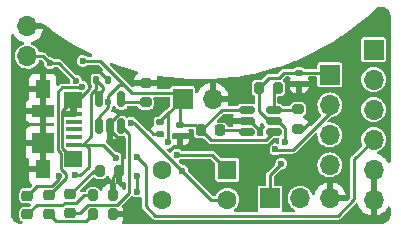
<source format=gbr>
%TF.GenerationSoftware,KiCad,Pcbnew,(6.0.0)*%
%TF.CreationDate,2022-03-25T10:47:18+03:00*%
%TF.ProjectId,SmartTap,536d6172-7454-4617-902e-6b696361645f,1*%
%TF.SameCoordinates,Original*%
%TF.FileFunction,Copper,L2,Bot*%
%TF.FilePolarity,Positive*%
%FSLAX46Y46*%
G04 Gerber Fmt 4.6, Leading zero omitted, Abs format (unit mm)*
G04 Created by KiCad (PCBNEW (6.0.0)) date 2022-03-25 10:47:18*
%MOMM*%
%LPD*%
G01*
G04 APERTURE LIST*
G04 Aperture macros list*
%AMRoundRect*
0 Rectangle with rounded corners*
0 $1 Rounding radius*
0 $2 $3 $4 $5 $6 $7 $8 $9 X,Y pos of 4 corners*
0 Add a 4 corners polygon primitive as box body*
4,1,4,$2,$3,$4,$5,$6,$7,$8,$9,$2,$3,0*
0 Add four circle primitives for the rounded corners*
1,1,$1+$1,$2,$3*
1,1,$1+$1,$4,$5*
1,1,$1+$1,$6,$7*
1,1,$1+$1,$8,$9*
0 Add four rect primitives between the rounded corners*
20,1,$1+$1,$2,$3,$4,$5,0*
20,1,$1+$1,$4,$5,$6,$7,0*
20,1,$1+$1,$6,$7,$8,$9,0*
20,1,$1+$1,$8,$9,$2,$3,0*%
G04 Aperture macros list end*
%TA.AperFunction,ComponentPad*%
%ADD10O,1.700000X1.700000*%
%TD*%
%TA.AperFunction,ComponentPad*%
%ADD11R,1.700000X1.700000*%
%TD*%
%TA.AperFunction,SMDPad,CuDef*%
%ADD12RoundRect,0.218750X-0.256250X0.218750X-0.256250X-0.218750X0.256250X-0.218750X0.256250X0.218750X0*%
%TD*%
%TA.AperFunction,SMDPad,CuDef*%
%ADD13RoundRect,0.150000X-0.512500X-0.150000X0.512500X-0.150000X0.512500X0.150000X-0.512500X0.150000X0*%
%TD*%
%TA.AperFunction,SMDPad,CuDef*%
%ADD14RoundRect,0.200000X-0.200000X-0.275000X0.200000X-0.275000X0.200000X0.275000X-0.200000X0.275000X0*%
%TD*%
%TA.AperFunction,ComponentPad*%
%ADD15R,1.600000X1.600000*%
%TD*%
%TA.AperFunction,ComponentPad*%
%ADD16C,1.600000*%
%TD*%
%TA.AperFunction,SMDPad,CuDef*%
%ADD17R,1.380000X0.450000*%
%TD*%
%TA.AperFunction,SMDPad,CuDef*%
%ADD18R,1.300000X1.650000*%
%TD*%
%TA.AperFunction,SMDPad,CuDef*%
%ADD19R,1.550000X1.425000*%
%TD*%
%TA.AperFunction,SMDPad,CuDef*%
%ADD20R,1.900000X1.800000*%
%TD*%
%TA.AperFunction,SMDPad,CuDef*%
%ADD21R,1.900000X1.000000*%
%TD*%
%TA.AperFunction,SMDPad,CuDef*%
%ADD22RoundRect,0.140000X0.140000X0.170000X-0.140000X0.170000X-0.140000X-0.170000X0.140000X-0.170000X0*%
%TD*%
%TA.AperFunction,SMDPad,CuDef*%
%ADD23RoundRect,0.140000X-0.170000X0.140000X-0.170000X-0.140000X0.170000X-0.140000X0.170000X0.140000X0*%
%TD*%
%TA.AperFunction,SMDPad,CuDef*%
%ADD24RoundRect,0.218750X0.256250X-0.218750X0.256250X0.218750X-0.256250X0.218750X-0.256250X-0.218750X0*%
%TD*%
%TA.AperFunction,SMDPad,CuDef*%
%ADD25RoundRect,0.150000X0.150000X-0.512500X0.150000X0.512500X-0.150000X0.512500X-0.150000X-0.512500X0*%
%TD*%
%TA.AperFunction,SMDPad,CuDef*%
%ADD26RoundRect,0.200000X-0.275000X0.200000X-0.275000X-0.200000X0.275000X-0.200000X0.275000X0.200000X0*%
%TD*%
%TA.AperFunction,SMDPad,CuDef*%
%ADD27RoundRect,0.218750X-0.218750X-0.256250X0.218750X-0.256250X0.218750X0.256250X-0.218750X0.256250X0*%
%TD*%
%TA.AperFunction,ViaPad*%
%ADD28C,0.600000*%
%TD*%
%TA.AperFunction,Conductor*%
%ADD29C,0.250000*%
%TD*%
G04 APERTURE END LIST*
D10*
%TO.P,J6,1,Pin_1*%
%TO.N,Net-(C6-Pad1)*%
X181778294Y-110123294D03*
%TO.P,J6,2,Pin_2*%
%TO.N,GND*%
X181778294Y-107583294D03*
%TD*%
D11*
%TO.P,J3,1,Pin_1*%
%TO.N,DTR*%
X211078294Y-109555794D03*
D10*
%TO.P,J3,2,Pin_2*%
%TO.N,TX*%
X211078294Y-112095794D03*
%TO.P,J3,3,Pin_3*%
%TO.N,RX*%
X211078294Y-114635794D03*
%TO.P,J3,4,Pin_4*%
%TO.N,+5V*%
X211078294Y-117175794D03*
%TO.P,J3,5,Pin_5*%
%TO.N,GND*%
X211078294Y-119715794D03*
%TO.P,J3,6,Pin_6*%
X211078294Y-122255794D03*
%TD*%
D11*
%TO.P,J4,1,Pin_1*%
%TO.N,+5V_BOOSTED*%
X202318294Y-122135794D03*
D10*
%TO.P,J4,2,Pin_2*%
%TO.N,SERVO_PWM*%
X204858294Y-122135794D03*
%TO.P,J4,3,Pin_3*%
%TO.N,GND*%
X207398294Y-122135794D03*
%TD*%
D11*
%TO.P,J5,1,Pin_1*%
%TO.N,+5V_BOOSTED*%
X207378294Y-111695794D03*
D10*
%TO.P,J5,2,Pin_2*%
%TO.N,SIDE_IR*%
X207378294Y-114235794D03*
%TO.P,J5,3,Pin_3*%
%TO.N,Net-(J5-Pad3)*%
X207378294Y-116775794D03*
%TO.P,J5,4,Pin_4*%
%TO.N,+5V_BOOSTED*%
X207378294Y-119315794D03*
%TD*%
D11*
%TO.P,J2,1,Pin_1*%
%TO.N,+3.7V_BAT*%
X194908294Y-113705794D03*
D10*
%TO.P,J2,2,Pin_2*%
%TO.N,GND*%
X197448294Y-113705794D03*
%TD*%
D12*
%TO.P,D2,1,K*%
%TO.N,Net-(D2-Pad1)*%
X185378294Y-121818294D03*
%TO.P,D2,2,A*%
%TO.N,Net-(D2-Pad2)*%
X185378294Y-123393294D03*
%TD*%
D13*
%TO.P,U6,1,SW*%
%TO.N,Net-(L1-Pad2)*%
X200340794Y-116555794D03*
%TO.P,U6,2,GND*%
%TO.N,GND*%
X200340794Y-115605794D03*
%TO.P,U6,3,EN*%
%TO.N,+3.7V_BAT*%
X200340794Y-114655794D03*
%TO.P,U6,4,FB*%
%TO.N,FB*%
X202615794Y-114655794D03*
%TO.P,U6,5,VOUT*%
%TO.N,+5V_BOOSTED*%
X202615794Y-115605794D03*
%TO.P,U6,6,VBAT*%
%TO.N,+3.7V_BAT*%
X202615794Y-116555794D03*
%TD*%
D14*
%TO.P,R6,1*%
%TO.N,Net-(D4-Pad1)*%
X187328294Y-123505794D03*
%TO.P,R6,2*%
%TO.N,GND*%
X188978294Y-123505794D03*
%TD*%
%TO.P,R14,1*%
%TO.N,+5V_BOOSTED*%
X201353294Y-112805794D03*
%TO.P,R14,2*%
%TO.N,FB*%
X203003294Y-112805794D03*
%TD*%
%TO.P,R2,1*%
%TO.N,Net-(R2-Pad1)*%
X187328294Y-121905794D03*
%TO.P,R2,2*%
%TO.N,GND*%
X188978294Y-121905794D03*
%TD*%
D15*
%TO.P,U4,1*%
%TO.N,+5V_BOOSTED*%
X198695794Y-119735794D03*
D16*
%TO.P,U4,2*%
%TO.N,BOTTOM_IR*%
X198695794Y-122275794D03*
%TO.P,U4,3*%
%TO.N,Net-(R7-Pad2)*%
X193195794Y-122275794D03*
%TO.P,U4,4*%
%TO.N,+5V_BOOSTED*%
X193195794Y-119735794D03*
%TD*%
D17*
%TO.P,J1,1,VBUS*%
%TO.N,+5V*%
X185738294Y-117605794D03*
%TO.P,J1,2,D-*%
%TO.N,unconnected-(J1-Pad2)*%
X185738294Y-116955794D03*
%TO.P,J1,3,D+*%
%TO.N,unconnected-(J1-Pad3)*%
X185738294Y-116305794D03*
%TO.P,J1,4,ID*%
%TO.N,unconnected-(J1-Pad4)*%
X185738294Y-115655794D03*
%TO.P,J1,5,GND*%
%TO.N,GND*%
X185738294Y-115005794D03*
D18*
%TO.P,J1,6,Shield*%
X183078294Y-112930794D03*
D19*
X185653294Y-113818294D03*
D20*
X183078294Y-117455794D03*
D18*
X183078294Y-119680794D03*
D21*
X183078294Y-114755794D03*
D19*
X185653294Y-118793294D03*
%TD*%
D22*
%TO.P,C1,1*%
%TO.N,GND*%
X188558294Y-112105794D03*
%TO.P,C1,2*%
%TO.N,+5V*%
X187598294Y-112105794D03*
%TD*%
D23*
%TO.P,C4,1*%
%TO.N,+3.7V_BAT*%
X192978294Y-115725794D03*
%TO.P,C4,2*%
%TO.N,GND*%
X192978294Y-116685794D03*
%TD*%
D24*
%TO.P,D1,1,K*%
%TO.N,Net-(R2-Pad1)*%
X181778294Y-123505794D03*
%TO.P,D1,2,A*%
%TO.N,+5V*%
X181778294Y-121930794D03*
%TD*%
D23*
%TO.P,C14,1*%
%TO.N,+3.7V_BAT*%
X194678294Y-115925794D03*
%TO.P,C14,2*%
%TO.N,GND*%
X194678294Y-116885794D03*
%TD*%
D25*
%TO.P,U1,1,STAT*%
%TO.N,Net-(D2-Pad2)*%
X189728294Y-116043294D03*
%TO.P,U1,2,VSS*%
%TO.N,GND*%
X188778294Y-116043294D03*
%TO.P,U1,3,VBAT*%
%TO.N,+3.7V_BAT*%
X187828294Y-116043294D03*
%TO.P,U1,4,VDD*%
%TO.N,+5V*%
X187828294Y-113768294D03*
%TO.P,U1,5,PROG*%
%TO.N,Net-(R1-Pad2)*%
X189728294Y-113768294D03*
%TD*%
D26*
%TO.P,R1,1*%
%TO.N,GND*%
X191778294Y-112380794D03*
%TO.P,R1,2*%
%TO.N,Net-(R1-Pad2)*%
X191778294Y-114030794D03*
%TD*%
D23*
%TO.P,C15,1*%
%TO.N,+5V_BOOSTED*%
X204778294Y-111505794D03*
%TO.P,C15,2*%
%TO.N,GND*%
X204778294Y-112465794D03*
%TD*%
D24*
%TO.P,D4,1,K*%
%TO.N,Net-(D4-Pad1)*%
X183565794Y-123480794D03*
%TO.P,D4,2,A*%
%TO.N,Net-(D4-Pad2)*%
X183565794Y-121905794D03*
%TD*%
D26*
%TO.P,R15,1*%
%TO.N,FB*%
X204678294Y-114605794D03*
%TO.P,R15,2*%
%TO.N,GND*%
X204678294Y-116255794D03*
%TD*%
D27*
%TO.P,L1,1,1*%
%TO.N,+3.7V_BAT*%
X196478294Y-116405794D03*
%TO.P,L1,2,2*%
%TO.N,Net-(L1-Pad2)*%
X198053294Y-116405794D03*
%TD*%
D14*
%TO.P,R3,1*%
%TO.N,Net-(D2-Pad1)*%
X187903294Y-119805794D03*
%TO.P,R3,2*%
%TO.N,GND*%
X189553294Y-119805794D03*
%TD*%
D28*
%TO.N,GND*%
X199768294Y-113285794D03*
X188198294Y-120805794D03*
X209188294Y-110535794D03*
X209538294Y-123795794D03*
X200528294Y-118455794D03*
X200628294Y-121785794D03*
X208758294Y-117915794D03*
X181208294Y-112085794D03*
X191438294Y-115415794D03*
X190768294Y-123375794D03*
X181018294Y-118445794D03*
X198768294Y-115285794D03*
%TO.N,+3.7V_BAT*%
X191058294Y-121575794D03*
X193678294Y-117405794D03*
X186478294Y-110515794D03*
X188627794Y-114031294D03*
X191058294Y-120275794D03*
%TO.N,+5V*%
X189238294Y-118704367D03*
X191058294Y-118685794D03*
X184433274Y-120230814D03*
X185808294Y-120195794D03*
%TO.N,BOTTOM_IR*%
X190527794Y-115731294D03*
X194878294Y-119805794D03*
%TO.N,SIDE_IR*%
X202778294Y-118005794D03*
%TO.N,Net-(C6-Pad1)*%
X183678294Y-110705794D03*
X185899604Y-112177104D03*
%TO.N,+5V_BOOSTED*%
X203278294Y-119205794D03*
X203578294Y-117405794D03*
X194419883Y-118464205D03*
%TO.N,Net-(D4-Pad2)*%
X186408369Y-112685869D03*
%TD*%
D29*
%TO.N,GND*%
X187888294Y-111435794D02*
X188558294Y-112105794D01*
X205128294Y-116255794D02*
X205738294Y-115645794D01*
X186046000Y-113818294D02*
X186958294Y-112906000D01*
X184738294Y-117878294D02*
X184738294Y-114733294D01*
X186958294Y-112906000D02*
X186958294Y-111435794D01*
X188778294Y-116385794D02*
X188778294Y-116043294D01*
X192978294Y-116685794D02*
X192418294Y-116685794D01*
X201478294Y-116472859D02*
X200611229Y-115605794D01*
X192418294Y-116685794D02*
X192048294Y-116315794D01*
X201478294Y-116575794D02*
X201478294Y-116472859D01*
X184738294Y-114733294D02*
X185653294Y-113818294D01*
X188778294Y-116043294D02*
X188778294Y-115772859D01*
X186958294Y-111435794D02*
X187888294Y-111435794D01*
X189782805Y-119576283D02*
X189782805Y-117390305D01*
X200611229Y-115605794D02*
X200340794Y-115605794D01*
X188978294Y-121905794D02*
X188978294Y-120380794D01*
X204678294Y-116255794D02*
X205128294Y-116255794D01*
X189553294Y-119805794D02*
X189782805Y-119576283D01*
X185653294Y-118793294D02*
X184738294Y-117878294D01*
X189417814Y-115136274D02*
X189518294Y-115035794D01*
X188978294Y-120380794D02*
X189553294Y-119805794D01*
X188778294Y-115772859D02*
X189414879Y-115136274D01*
X189414879Y-115136274D02*
X189417814Y-115136274D01*
X189782805Y-117390305D02*
X188778294Y-116385794D01*
X185653294Y-113818294D02*
X186046000Y-113818294D01*
%TO.N,+3.7V_BAT*%
X194678294Y-113935794D02*
X194678294Y-115925794D01*
X188627794Y-114031294D02*
X188627794Y-114456294D01*
X189501759Y-112582329D02*
X189978294Y-112582329D01*
X197277814Y-117205314D02*
X201966274Y-117205314D01*
X194908294Y-113705794D02*
X194678294Y-113935794D01*
X188627794Y-114031294D02*
X188627794Y-113456294D01*
X193678294Y-114935794D02*
X193693294Y-114920794D01*
X193678294Y-117405794D02*
X193678294Y-114935794D01*
X194408294Y-113205794D02*
X194908294Y-113705794D01*
X192978294Y-115725794D02*
X192978294Y-115635794D01*
X188627794Y-113456294D02*
X189501759Y-112582329D01*
X201966274Y-117205314D02*
X202615794Y-116555794D01*
X187828294Y-115255794D02*
X187828294Y-116043294D01*
X196478294Y-116405794D02*
X198228294Y-114655794D01*
X192978294Y-115635794D02*
X193693294Y-114920794D01*
X187935224Y-110515794D02*
X190625224Y-113205794D01*
X190625224Y-113205794D02*
X194408294Y-113205794D01*
X188627794Y-114456294D02*
X187828294Y-115255794D01*
X191058294Y-120275794D02*
X191058294Y-121575794D01*
X198228294Y-114655794D02*
X200340794Y-114655794D01*
X195998294Y-115925794D02*
X196478294Y-116405794D01*
X196478294Y-116405794D02*
X197277814Y-117205314D01*
X186478294Y-110515794D02*
X187935224Y-110515794D01*
X194678294Y-115925794D02*
X195998294Y-115925794D01*
X193693294Y-114920794D02*
X194908294Y-113705794D01*
%TO.N,+5V*%
X185808294Y-120195794D02*
X186241316Y-120195794D01*
X186978294Y-119458816D02*
X186978294Y-117905794D01*
X187828294Y-113768294D02*
X187828294Y-113355794D01*
X192608294Y-123635794D02*
X208048294Y-123635794D01*
X184433274Y-120505834D02*
X183833314Y-121105794D01*
X186478294Y-117605794D02*
X185738294Y-117605794D01*
X189238294Y-118704367D02*
X188139721Y-117605794D01*
X187178294Y-113288976D02*
X187178294Y-116905794D01*
X186978294Y-117905794D02*
X186678294Y-117605794D01*
X186678294Y-117605794D02*
X185738294Y-117605794D01*
X191778294Y-119405794D02*
X191778294Y-122805794D01*
X188139721Y-117605794D02*
X185738294Y-117605794D01*
X187598294Y-112112724D02*
X188178294Y-112692724D01*
X209438294Y-118815794D02*
X211078294Y-117175794D01*
X186241316Y-120195794D02*
X186978294Y-119458816D01*
X187598294Y-112868976D02*
X187178294Y-113288976D01*
X183833314Y-121105794D02*
X182603294Y-121105794D01*
X187598294Y-112105794D02*
X187598294Y-112112724D01*
X187828294Y-113355794D02*
X188178294Y-113005794D01*
X191058294Y-118685794D02*
X191778294Y-119405794D01*
X184433274Y-120230814D02*
X184433274Y-120505834D01*
X209438294Y-122245794D02*
X209438294Y-118815794D01*
X187178294Y-116905794D02*
X186478294Y-117605794D01*
X182603294Y-121105794D02*
X181778294Y-121930794D01*
X187598294Y-112105794D02*
X187598294Y-112868976D01*
X191778294Y-122805794D02*
X192608294Y-123635794D01*
X188178294Y-112692724D02*
X188178294Y-113005794D01*
X208048294Y-123635794D02*
X209438294Y-122245794D01*
%TO.N,Net-(D2-Pad1)*%
X187390794Y-119805794D02*
X187903294Y-119805794D01*
X185378294Y-121818294D02*
X187390794Y-119805794D01*
%TO.N,Net-(R1-Pad2)*%
X189990794Y-114030794D02*
X189728294Y-113768294D01*
X191778294Y-114030794D02*
X189990794Y-114030794D01*
%TO.N,BOTTOM_IR*%
X190803794Y-115731294D02*
X194878294Y-119805794D01*
X197348294Y-122275794D02*
X198695794Y-122275794D01*
X194878294Y-119805794D02*
X197348294Y-122275794D01*
X190527794Y-115731294D02*
X190803794Y-115731294D01*
%TO.N,SIDE_IR*%
X202778294Y-118005794D02*
X202802805Y-118030305D01*
X204237174Y-118030305D02*
X207378294Y-114889185D01*
X202802805Y-118030305D02*
X204237174Y-118030305D01*
X207378294Y-114889185D02*
X207378294Y-114235794D01*
%TO.N,Net-(C6-Pad1)*%
X185899604Y-112177104D02*
X184428294Y-110705794D01*
X183678294Y-110705794D02*
X183095794Y-110123294D01*
X183095794Y-110123294D02*
X181778294Y-110123294D01*
X184428294Y-110705794D02*
X183678294Y-110705794D01*
%TO.N,+5V_BOOSTED*%
X201353294Y-112805794D02*
X202223294Y-111935794D01*
X203602814Y-116209242D02*
X202999366Y-115605794D01*
X203048294Y-111935794D02*
X203478294Y-111505794D01*
X204778294Y-111505794D02*
X207188294Y-111505794D01*
X202232222Y-115605794D02*
X201353294Y-114726866D01*
X202999366Y-115605794D02*
X202615794Y-115605794D01*
X202615794Y-115605794D02*
X202232222Y-115605794D01*
X198695794Y-119735794D02*
X197424205Y-118464205D01*
X197424205Y-118464205D02*
X194419883Y-118464205D01*
X201353294Y-114726866D02*
X201353294Y-112805794D01*
X203578294Y-117405794D02*
X203602814Y-117381274D01*
X203278294Y-119205794D02*
X202318294Y-120165794D01*
X203602814Y-117381274D02*
X203602814Y-116209242D01*
X203478294Y-111505794D02*
X204778294Y-111505794D01*
X202318294Y-120165794D02*
X202318294Y-122135794D01*
X202223294Y-111935794D02*
X203048294Y-111935794D01*
X207188294Y-111505794D02*
X207378294Y-111695794D01*
%TO.N,Net-(D4-Pad1)*%
X187328294Y-123505794D02*
X186751774Y-124082314D01*
X186751774Y-124082314D02*
X184167314Y-124082314D01*
X184167314Y-124082314D02*
X183565794Y-123480794D01*
%TO.N,Net-(D4-Pad2)*%
X184633783Y-118296363D02*
X184633783Y-119661283D01*
X186408369Y-112685869D02*
X186338444Y-112755794D01*
X184633783Y-119661283D02*
X185068294Y-120095794D01*
X184368774Y-113126292D02*
X184368774Y-118031354D01*
X185068294Y-120403294D02*
X183565794Y-121905794D01*
X184368774Y-118031354D02*
X184633783Y-118296363D01*
X186338444Y-112755794D02*
X184739272Y-112755794D01*
X184739272Y-112755794D02*
X184368774Y-113126292D01*
X185068294Y-120095794D02*
X185068294Y-120403294D01*
%TO.N,Net-(L1-Pad2)*%
X198053294Y-116405794D02*
X200190794Y-116405794D01*
X200190794Y-116405794D02*
X200340794Y-116555794D01*
%TO.N,FB*%
X202615794Y-114655794D02*
X204628294Y-114655794D01*
X202615794Y-113193294D02*
X203003294Y-112805794D01*
X204628294Y-114655794D02*
X204678294Y-114605794D01*
X202615794Y-114655794D02*
X202615794Y-113193294D01*
%TO.N,Net-(D2-Pad2)*%
X186911511Y-122705794D02*
X189395077Y-122705794D01*
X190408294Y-116723294D02*
X189728294Y-116043294D01*
X185378294Y-123393294D02*
X186224011Y-123393294D01*
X189395077Y-122705794D02*
X190408294Y-121692577D01*
X186224011Y-123393294D02*
X186911511Y-122705794D01*
X190408294Y-121692577D02*
X190408294Y-116723294D01*
%TO.N,Net-(R2-Pad1)*%
X184903774Y-122580314D02*
X185859573Y-122580314D01*
X181778294Y-123505794D02*
X182565314Y-122718774D01*
X185859573Y-122580314D02*
X186534093Y-121905794D01*
X186534093Y-121905794D02*
X187328294Y-121905794D01*
X182565314Y-122718774D02*
X184765314Y-122718774D01*
X184765314Y-122718774D02*
X184903774Y-122580314D01*
%TD*%
%TA.AperFunction,Conductor*%
%TO.N,GND*%
G36*
X180596806Y-108265747D02*
G01*
X180621727Y-108295136D01*
X180675988Y-108383682D01*
X180682071Y-108391993D01*
X180821507Y-108552961D01*
X180828874Y-108560177D01*
X180992728Y-108696210D01*
X181001175Y-108702125D01*
X181185050Y-108809573D01*
X181194336Y-108814023D01*
X181393295Y-108889997D01*
X181408160Y-108894316D01*
X181407583Y-108896302D01*
X181462554Y-108925376D01*
X181497404Y-108987230D01*
X181493282Y-109058107D01*
X181451495Y-109115503D01*
X181410224Y-109136522D01*
X181388783Y-109142832D01*
X181388778Y-109142834D01*
X181382866Y-109144574D01*
X181200296Y-109240020D01*
X181195495Y-109243880D01*
X181195492Y-109243882D01*
X181185265Y-109252105D01*
X181039741Y-109369109D01*
X180907318Y-109526924D01*
X180904350Y-109532322D01*
X180904347Y-109532327D01*
X180897609Y-109544584D01*
X180808070Y-109707456D01*
X180745778Y-109903826D01*
X180745092Y-109909943D01*
X180745091Y-109909947D01*
X180729185Y-110051756D01*
X180722814Y-110108556D01*
X180723330Y-110114700D01*
X180734382Y-110246308D01*
X180740053Y-110313847D01*
X180741752Y-110319772D01*
X180793645Y-110500744D01*
X180796838Y-110511880D01*
X180799653Y-110517357D01*
X180799654Y-110517360D01*
X180872957Y-110659993D01*
X180891006Y-110695112D01*
X181018971Y-110856564D01*
X181023664Y-110860558D01*
X181023665Y-110860559D01*
X181163857Y-110979871D01*
X181175858Y-110990085D01*
X181181236Y-110993091D01*
X181181238Y-110993092D01*
X181249593Y-111031294D01*
X181355692Y-111090591D01*
X181431843Y-111115334D01*
X181545765Y-111152350D01*
X181545769Y-111152351D01*
X181551623Y-111154253D01*
X181756188Y-111178645D01*
X181762323Y-111178173D01*
X181762325Y-111178173D01*
X181818333Y-111173863D01*
X181961594Y-111162840D01*
X181967524Y-111161184D01*
X181967526Y-111161184D01*
X182154091Y-111109094D01*
X182154090Y-111109094D01*
X182160019Y-111107439D01*
X182165508Y-111104666D01*
X182165514Y-111104664D01*
X182310760Y-111031294D01*
X182343904Y-111014552D01*
X182365537Y-110997651D01*
X182493444Y-110897719D01*
X182506245Y-110887718D01*
X182531337Y-110858649D01*
X182636834Y-110736428D01*
X182636834Y-110736427D01*
X182640858Y-110731766D01*
X182652340Y-110711555D01*
X182717369Y-110597082D01*
X182742617Y-110552638D01*
X182748478Y-110535020D01*
X182788960Y-110476697D01*
X182854548Y-110449518D01*
X182868035Y-110448794D01*
X182908777Y-110448794D01*
X182976898Y-110468796D01*
X182997873Y-110485699D01*
X183136871Y-110624698D01*
X183170896Y-110687010D01*
X183172181Y-110699683D01*
X183172685Y-110699617D01*
X183191274Y-110841773D01*
X183249014Y-110972997D01*
X183254791Y-110979870D01*
X183254792Y-110979871D01*
X183335484Y-111075866D01*
X183341264Y-111082742D01*
X183380852Y-111109094D01*
X183449788Y-111154982D01*
X183460607Y-111162184D01*
X183597451Y-111204936D01*
X183606423Y-111205100D01*
X183606426Y-111205101D01*
X183671757Y-111206298D01*
X183740793Y-111207564D01*
X183749827Y-111205101D01*
X183870452Y-111172215D01*
X183870454Y-111172214D01*
X183879111Y-111169854D01*
X183967906Y-111115334D01*
X183993637Y-111099535D01*
X183993638Y-111099535D01*
X184001285Y-111094839D01*
X184018459Y-111075866D01*
X184021289Y-111072739D01*
X184081832Y-111035657D01*
X184114704Y-111031294D01*
X184241278Y-111031294D01*
X184309399Y-111051296D01*
X184330373Y-111068199D01*
X185358180Y-112096006D01*
X185392206Y-112158318D01*
X185393492Y-112170993D01*
X185393995Y-112170927D01*
X185409298Y-112287957D01*
X185398298Y-112358096D01*
X185351123Y-112411154D01*
X185284362Y-112430294D01*
X184758985Y-112430294D01*
X184748004Y-112429815D01*
X184721442Y-112427491D01*
X184721440Y-112427491D01*
X184710465Y-112426531D01*
X184674055Y-112436286D01*
X184663348Y-112438660D01*
X184626227Y-112445206D01*
X184616683Y-112450716D01*
X184613407Y-112451908D01*
X184610236Y-112453387D01*
X184599588Y-112456240D01*
X184590559Y-112462562D01*
X184568721Y-112477853D01*
X184559451Y-112483758D01*
X184536364Y-112497087D01*
X184536360Y-112497090D01*
X184526817Y-112502600D01*
X184511537Y-112520810D01*
X184502592Y-112531470D01*
X184495166Y-112539573D01*
X184451388Y-112583351D01*
X184389076Y-112617377D01*
X184318261Y-112612312D01*
X184261425Y-112569765D01*
X184236614Y-112503245D01*
X184236293Y-112494256D01*
X184236293Y-112061125D01*
X184235923Y-112054304D01*
X184230399Y-112003442D01*
X184226773Y-111988190D01*
X184181618Y-111867740D01*
X184173080Y-111852145D01*
X184096579Y-111750070D01*
X184084018Y-111737509D01*
X183981943Y-111661008D01*
X183966348Y-111652470D01*
X183845900Y-111607316D01*
X183830645Y-111603689D01*
X183779780Y-111598163D01*
X183772966Y-111597794D01*
X183350409Y-111597794D01*
X183335170Y-111602269D01*
X183333965Y-111603659D01*
X183332294Y-111611342D01*
X183332294Y-115745678D01*
X183336769Y-115760917D01*
X183338159Y-115762122D01*
X183345842Y-115763793D01*
X183917274Y-115763793D01*
X183985395Y-115783795D01*
X184031888Y-115837451D01*
X184043274Y-115889793D01*
X184043274Y-115921794D01*
X184023272Y-115989915D01*
X183969616Y-116036408D01*
X183917274Y-116047794D01*
X183350409Y-116047794D01*
X183335170Y-116052269D01*
X183333965Y-116053659D01*
X183332294Y-116061342D01*
X183332294Y-119808794D01*
X183312292Y-119876915D01*
X183258636Y-119923408D01*
X183206294Y-119934794D01*
X181938410Y-119934794D01*
X181923171Y-119939269D01*
X181921966Y-119940659D01*
X181920295Y-119948342D01*
X181920295Y-120550463D01*
X181920665Y-120557284D01*
X181926189Y-120608146D01*
X181929815Y-120623398D01*
X181974970Y-120743848D01*
X181983508Y-120759443D01*
X182060009Y-120861518D01*
X182072569Y-120874078D01*
X182128964Y-120916343D01*
X182171480Y-120973202D01*
X182176506Y-121044021D01*
X182142496Y-121106265D01*
X181992873Y-121255889D01*
X181930561Y-121289914D01*
X181903777Y-121292794D01*
X181489048Y-121292794D01*
X181390874Y-121308343D01*
X181272543Y-121368636D01*
X181178636Y-121462543D01*
X181139463Y-121539424D01*
X181125643Y-121566548D01*
X181118343Y-121580874D01*
X181102794Y-121679048D01*
X181102794Y-122182540D01*
X181118343Y-122280714D01*
X181178636Y-122399045D01*
X181272543Y-122492952D01*
X181344979Y-122529860D01*
X181380716Y-122548069D01*
X181390874Y-122553245D01*
X181489048Y-122568794D01*
X181950777Y-122568794D01*
X182018898Y-122588796D01*
X182065391Y-122642452D01*
X182075495Y-122712726D01*
X182046001Y-122777306D01*
X182039872Y-122783889D01*
X181992872Y-122830889D01*
X181930560Y-122864915D01*
X181903777Y-122867794D01*
X181489048Y-122867794D01*
X181390874Y-122883343D01*
X181382041Y-122887844D01*
X181382040Y-122887844D01*
X181368981Y-122894498D01*
X181272543Y-122943636D01*
X181178636Y-123037543D01*
X181144289Y-123104952D01*
X181125643Y-123141548D01*
X181118343Y-123155874D01*
X181102794Y-123254048D01*
X181102794Y-123757540D01*
X181118343Y-123855714D01*
X181178636Y-123974045D01*
X181272543Y-124067952D01*
X181281374Y-124072452D01*
X181281376Y-124072453D01*
X181307008Y-124085513D01*
X181358623Y-124134262D01*
X181375689Y-124203177D01*
X181352788Y-124270378D01*
X181297190Y-124314530D01*
X181249805Y-124323780D01*
X181225318Y-124323780D01*
X181208101Y-124321826D01*
X181202477Y-124321816D01*
X181188650Y-124318637D01*
X181174811Y-124321769D01*
X181173818Y-124321767D01*
X181161690Y-124321160D01*
X181044570Y-124309626D01*
X181020348Y-124304808D01*
X180894024Y-124266488D01*
X180871205Y-124257037D01*
X180754785Y-124194811D01*
X180734248Y-124181088D01*
X180632205Y-124097346D01*
X180614738Y-124079880D01*
X180530994Y-123977839D01*
X180517272Y-123957303D01*
X180516606Y-123956056D01*
X180463071Y-123855904D01*
X180455043Y-123840885D01*
X180445590Y-123818065D01*
X180443845Y-123812313D01*
X180407268Y-123691738D01*
X180402451Y-123667522D01*
X180390865Y-123549900D01*
X180390284Y-123537868D01*
X180393437Y-123524157D01*
X180390305Y-123510318D01*
X180390314Y-123505426D01*
X180388294Y-123487350D01*
X180388294Y-118400463D01*
X181620295Y-118400463D01*
X181620665Y-118407284D01*
X181626189Y-118458146D01*
X181629815Y-118473398D01*
X181674970Y-118593848D01*
X181683508Y-118609443D01*
X181760009Y-118711518D01*
X181772570Y-118724079D01*
X181869859Y-118796993D01*
X181912374Y-118853852D01*
X181920294Y-118897819D01*
X181920294Y-119408679D01*
X181924769Y-119423918D01*
X181926159Y-119425123D01*
X181933842Y-119426794D01*
X182806179Y-119426794D01*
X182821418Y-119422319D01*
X182822623Y-119420929D01*
X182824294Y-119413246D01*
X182824294Y-117727909D01*
X182819819Y-117712670D01*
X182818429Y-117711465D01*
X182810746Y-117709794D01*
X181638410Y-117709794D01*
X181623171Y-117714269D01*
X181621966Y-117715659D01*
X181620295Y-117723342D01*
X181620295Y-118400463D01*
X180388294Y-118400463D01*
X180388294Y-117183679D01*
X181620294Y-117183679D01*
X181624769Y-117198918D01*
X181626159Y-117200123D01*
X181633842Y-117201794D01*
X182806179Y-117201794D01*
X182821418Y-117197319D01*
X182822623Y-117195929D01*
X182824294Y-117188246D01*
X182824294Y-116065910D01*
X182819819Y-116050671D01*
X182818429Y-116049466D01*
X182810746Y-116047795D01*
X182083625Y-116047795D01*
X182076804Y-116048165D01*
X182025942Y-116053689D01*
X182010690Y-116057315D01*
X181890240Y-116102470D01*
X181874645Y-116111008D01*
X181772570Y-116187509D01*
X181760009Y-116200070D01*
X181683508Y-116302145D01*
X181674970Y-116317740D01*
X181629816Y-116438188D01*
X181626189Y-116453443D01*
X181620663Y-116504308D01*
X181620294Y-116511122D01*
X181620294Y-117183679D01*
X180388294Y-117183679D01*
X180388294Y-115300463D01*
X181620295Y-115300463D01*
X181620665Y-115307284D01*
X181626189Y-115358146D01*
X181629815Y-115373398D01*
X181674970Y-115493848D01*
X181683508Y-115509443D01*
X181760009Y-115611518D01*
X181772570Y-115624079D01*
X181874645Y-115700580D01*
X181890240Y-115709118D01*
X182010688Y-115754272D01*
X182025943Y-115757899D01*
X182076808Y-115763425D01*
X182083622Y-115763794D01*
X182806179Y-115763794D01*
X182821418Y-115759319D01*
X182822623Y-115757929D01*
X182824294Y-115750246D01*
X182824294Y-115027909D01*
X182819819Y-115012670D01*
X182818429Y-115011465D01*
X182810746Y-115009794D01*
X181638410Y-115009794D01*
X181623171Y-115014269D01*
X181621966Y-115015659D01*
X181620295Y-115023342D01*
X181620295Y-115300463D01*
X180388294Y-115300463D01*
X180388294Y-114483679D01*
X181620294Y-114483679D01*
X181624769Y-114498918D01*
X181626159Y-114500123D01*
X181633842Y-114501794D01*
X182806179Y-114501794D01*
X182821418Y-114497319D01*
X182822623Y-114495929D01*
X182824294Y-114488246D01*
X182824294Y-113202909D01*
X182819819Y-113187670D01*
X182818429Y-113186465D01*
X182810746Y-113184794D01*
X181938410Y-113184794D01*
X181923171Y-113189269D01*
X181921966Y-113190659D01*
X181920295Y-113198342D01*
X181920295Y-113713768D01*
X181900293Y-113781889D01*
X181869860Y-113814594D01*
X181772570Y-113887509D01*
X181760009Y-113900070D01*
X181683508Y-114002145D01*
X181674970Y-114017740D01*
X181629816Y-114138188D01*
X181626189Y-114153443D01*
X181620663Y-114204308D01*
X181620294Y-114211122D01*
X181620294Y-114483679D01*
X180388294Y-114483679D01*
X180388294Y-112658679D01*
X181920294Y-112658679D01*
X181924769Y-112673918D01*
X181926159Y-112675123D01*
X181933842Y-112676794D01*
X182806179Y-112676794D01*
X182821418Y-112672319D01*
X182822623Y-112670929D01*
X182824294Y-112663246D01*
X182824294Y-111615910D01*
X182819819Y-111600671D01*
X182818429Y-111599466D01*
X182810746Y-111597795D01*
X182383625Y-111597795D01*
X182376804Y-111598165D01*
X182325942Y-111603689D01*
X182310690Y-111607315D01*
X182190240Y-111652470D01*
X182174645Y-111661008D01*
X182072570Y-111737509D01*
X182060009Y-111750070D01*
X181983508Y-111852145D01*
X181974970Y-111867740D01*
X181929816Y-111988188D01*
X181926189Y-112003443D01*
X181920663Y-112054308D01*
X181920294Y-112061122D01*
X181920294Y-112658679D01*
X180388294Y-112658679D01*
X180388294Y-108360971D01*
X180408296Y-108292850D01*
X180461952Y-108246357D01*
X180532226Y-108236253D01*
X180596806Y-108265747D01*
G37*
%TD.AperFunction*%
%TA.AperFunction,Conductor*%
G36*
X211274415Y-119481796D02*
G01*
X211320908Y-119535452D01*
X211332294Y-119587794D01*
X211332294Y-123574311D01*
X211336358Y-123588153D01*
X211349772Y-123590187D01*
X211356478Y-123589328D01*
X211366556Y-123587186D01*
X211570549Y-123525985D01*
X211580136Y-123522227D01*
X211771389Y-123428533D01*
X211780239Y-123423258D01*
X211953622Y-123299586D01*
X211961494Y-123292933D01*
X212112346Y-123142606D01*
X212119024Y-123134759D01*
X212243297Y-122961814D01*
X212248607Y-122952977D01*
X212279601Y-122890266D01*
X212327715Y-122838059D01*
X212396416Y-122820152D01*
X212463892Y-122842230D01*
X212508721Y-122897285D01*
X212518558Y-122946093D01*
X212518558Y-123486775D01*
X212516605Y-123503983D01*
X212516595Y-123509612D01*
X212513415Y-123523441D01*
X212516547Y-123537281D01*
X212516545Y-123538269D01*
X212515938Y-123550400D01*
X212504401Y-123667519D01*
X212499582Y-123691744D01*
X212461262Y-123818064D01*
X212451809Y-123840885D01*
X212443781Y-123855904D01*
X212390247Y-123956056D01*
X212389580Y-123957303D01*
X212375858Y-123977839D01*
X212292114Y-124079880D01*
X212274647Y-124097346D01*
X212172604Y-124181088D01*
X212152067Y-124194811D01*
X212035647Y-124257037D01*
X212012828Y-124266488D01*
X211886504Y-124304808D01*
X211862280Y-124309626D01*
X211770781Y-124318637D01*
X211744663Y-124321209D01*
X211732630Y-124321790D01*
X211718918Y-124318637D01*
X211705078Y-124321769D01*
X211700190Y-124321760D01*
X211682114Y-124323780D01*
X189900822Y-124323780D01*
X189832701Y-124303778D01*
X189786208Y-124250122D01*
X189776104Y-124179848D01*
X189793047Y-124132508D01*
X189824370Y-124080788D01*
X189830579Y-124067037D01*
X189877550Y-123917150D01*
X189880163Y-123904100D01*
X189886028Y-123840273D01*
X189886294Y-123834485D01*
X189886294Y-123777909D01*
X189881819Y-123762670D01*
X189880429Y-123761465D01*
X189872746Y-123759794D01*
X188850294Y-123759794D01*
X188782173Y-123739792D01*
X188735680Y-123686136D01*
X188724294Y-123633794D01*
X188724294Y-123157294D01*
X188744296Y-123089173D01*
X188797952Y-123042680D01*
X188850294Y-123031294D01*
X189106294Y-123031294D01*
X189174415Y-123051296D01*
X189220908Y-123104952D01*
X189232294Y-123157294D01*
X189232294Y-123233679D01*
X189236769Y-123248918D01*
X189238159Y-123250123D01*
X189245842Y-123251794D01*
X189868178Y-123251794D01*
X189883417Y-123247319D01*
X189884622Y-123245929D01*
X189886293Y-123238246D01*
X189886293Y-123177089D01*
X189886030Y-123171340D01*
X189880162Y-123107479D01*
X189877551Y-123094443D01*
X189830579Y-122944551D01*
X189824371Y-122930802D01*
X189802385Y-122894498D01*
X189784206Y-122825868D01*
X189806017Y-122758305D01*
X189821066Y-122740131D01*
X190140350Y-122420848D01*
X190580550Y-121980648D01*
X190642862Y-121946623D01*
X190713678Y-121951688D01*
X190739464Y-121964857D01*
X190840607Y-122032184D01*
X190977451Y-122074936D01*
X190986423Y-122075100D01*
X190986426Y-122075101D01*
X191051757Y-122076298D01*
X191120793Y-122077564D01*
X191129827Y-122075101D01*
X191250452Y-122042215D01*
X191250454Y-122042214D01*
X191259111Y-122039854D01*
X191266758Y-122035159D01*
X191275000Y-122031592D01*
X191276297Y-122034589D01*
X191329381Y-122020179D01*
X191397076Y-122041575D01*
X191442458Y-122096174D01*
X191452794Y-122146152D01*
X191452794Y-122786084D01*
X191452314Y-122797066D01*
X191449030Y-122834601D01*
X191458265Y-122869064D01*
X191458785Y-122871004D01*
X191461164Y-122881736D01*
X191467706Y-122918839D01*
X191473217Y-122928384D01*
X191474409Y-122931660D01*
X191475886Y-122934828D01*
X191478740Y-122945478D01*
X191485064Y-122954509D01*
X191500349Y-122976338D01*
X191506255Y-122985609D01*
X191516778Y-123003834D01*
X191525100Y-123018249D01*
X191545132Y-123035058D01*
X191553969Y-123042473D01*
X191562074Y-123049900D01*
X192364195Y-123852022D01*
X192371621Y-123860125D01*
X192395839Y-123888988D01*
X192405382Y-123894498D01*
X192405386Y-123894501D01*
X192428473Y-123907830D01*
X192437742Y-123913734D01*
X192468610Y-123935348D01*
X192479258Y-123938201D01*
X192482429Y-123939680D01*
X192485705Y-123940872D01*
X192495249Y-123946382D01*
X192532370Y-123952928D01*
X192543077Y-123955302D01*
X192579487Y-123965057D01*
X192590462Y-123964097D01*
X192590464Y-123964097D01*
X192617025Y-123961773D01*
X192628006Y-123961294D01*
X208028584Y-123961294D01*
X208039566Y-123961774D01*
X208066114Y-123964097D01*
X208066116Y-123964097D01*
X208077101Y-123965058D01*
X208113509Y-123955302D01*
X208124236Y-123952924D01*
X208127595Y-123952332D01*
X208161339Y-123946382D01*
X208170884Y-123940871D01*
X208174160Y-123939679D01*
X208177328Y-123938202D01*
X208187978Y-123935348D01*
X208218844Y-123913735D01*
X208228109Y-123907833D01*
X208251200Y-123894501D01*
X208260749Y-123888988D01*
X208284979Y-123860111D01*
X208292405Y-123852009D01*
X209561669Y-122582745D01*
X209623981Y-122548719D01*
X209694796Y-122553784D01*
X209751632Y-122596331D01*
X209773682Y-122644141D01*
X209776861Y-122658248D01*
X209779939Y-122668069D01*
X209860064Y-122865397D01*
X209864707Y-122874588D01*
X209975988Y-123056182D01*
X209982071Y-123064493D01*
X210121507Y-123225461D01*
X210128874Y-123232677D01*
X210292728Y-123368710D01*
X210301175Y-123374625D01*
X210485050Y-123482073D01*
X210494336Y-123486523D01*
X210693295Y-123562497D01*
X210703193Y-123565373D01*
X210806544Y-123586400D01*
X210820593Y-123585204D01*
X210824294Y-123574859D01*
X210824294Y-119587794D01*
X210844296Y-119519673D01*
X210897952Y-119473180D01*
X210950294Y-119461794D01*
X211206294Y-119461794D01*
X211274415Y-119481796D01*
G37*
%TD.AperFunction*%
%TA.AperFunction,Conductor*%
G36*
X211798242Y-105921111D02*
G01*
X211938491Y-105948005D01*
X211964056Y-105955793D01*
X212095486Y-106011665D01*
X212118835Y-106024670D01*
X212235526Y-106107007D01*
X212255603Y-106124642D01*
X212273351Y-106143931D01*
X212352302Y-106229739D01*
X212368210Y-106251215D01*
X212440564Y-106374338D01*
X212451585Y-106398685D01*
X212496346Y-106534306D01*
X212501983Y-106560431D01*
X212515879Y-106690699D01*
X212516477Y-106702122D01*
X212513415Y-106715440D01*
X212516547Y-106729281D01*
X212516539Y-106734175D01*
X212518558Y-106752243D01*
X212518558Y-119017530D01*
X212498556Y-119085651D01*
X212444900Y-119132144D01*
X212374626Y-119142248D01*
X212310046Y-119112754D01*
X212281514Y-119077073D01*
X212276393Y-119067523D01*
X212160720Y-118888720D01*
X212154430Y-118880551D01*
X212011100Y-118723034D01*
X212003567Y-118716009D01*
X211836433Y-118584016D01*
X211827846Y-118578311D01*
X211641411Y-118475393D01*
X211631999Y-118471163D01*
X211440325Y-118403287D01*
X211382789Y-118361693D01*
X211356873Y-118295595D01*
X211370807Y-118225979D01*
X211420166Y-118174948D01*
X211448500Y-118163156D01*
X211454084Y-118161597D01*
X211454093Y-118161594D01*
X211460019Y-118159939D01*
X211465508Y-118157166D01*
X211465514Y-118157164D01*
X211598542Y-118089966D01*
X211643904Y-118067052D01*
X211653375Y-118059653D01*
X211770431Y-117968199D01*
X211806245Y-117940218D01*
X211836700Y-117904936D01*
X211936834Y-117788928D01*
X211936834Y-117788927D01*
X211940858Y-117784266D01*
X212042617Y-117605138D01*
X212107645Y-117409657D01*
X212133465Y-117205268D01*
X212133877Y-117175794D01*
X212113774Y-116970764D01*
X212054229Y-116773543D01*
X211957512Y-116591643D01*
X211860944Y-116473239D01*
X211831200Y-116436769D01*
X211831197Y-116436766D01*
X211827305Y-116431994D01*
X211796238Y-116406293D01*
X211673319Y-116304605D01*
X211673315Y-116304603D01*
X211668569Y-116300676D01*
X211487349Y-116202691D01*
X211290548Y-116141771D01*
X211284423Y-116141127D01*
X211284422Y-116141127D01*
X211091792Y-116120881D01*
X211091790Y-116120881D01*
X211085663Y-116120237D01*
X210998823Y-116128140D01*
X210886636Y-116138349D01*
X210886633Y-116138350D01*
X210880497Y-116138908D01*
X210682866Y-116197074D01*
X210500296Y-116292520D01*
X210495495Y-116296380D01*
X210495492Y-116296382D01*
X210430026Y-116349018D01*
X210339741Y-116421609D01*
X210207318Y-116579424D01*
X210204350Y-116584822D01*
X210204347Y-116584827D01*
X210122114Y-116734410D01*
X210108070Y-116759956D01*
X210045778Y-116956326D01*
X210045092Y-116962443D01*
X210045091Y-116962447D01*
X210027442Y-117119792D01*
X210022814Y-117161056D01*
X210023330Y-117167200D01*
X210038899Y-117352600D01*
X210040053Y-117366347D01*
X210041752Y-117372272D01*
X210091058Y-117544222D01*
X210096838Y-117564380D01*
X210099655Y-117569861D01*
X210099831Y-117570204D01*
X210099869Y-117570402D01*
X210101924Y-117575593D01*
X210100938Y-117575984D01*
X210113182Y-117639934D01*
X210086714Y-117705813D01*
X210076863Y-117716898D01*
X209222073Y-118571689D01*
X209213969Y-118579115D01*
X209185100Y-118603339D01*
X209179587Y-118612888D01*
X209166255Y-118635979D01*
X209160349Y-118645250D01*
X209138740Y-118676110D01*
X209135886Y-118686760D01*
X209134409Y-118689928D01*
X209133217Y-118693204D01*
X209127706Y-118702749D01*
X209121968Y-118735294D01*
X209121164Y-118739852D01*
X209118786Y-118750579D01*
X209109030Y-118786987D01*
X209109991Y-118797972D01*
X209109991Y-118797974D01*
X209112314Y-118824522D01*
X209112794Y-118835504D01*
X209112794Y-122058778D01*
X209092792Y-122126899D01*
X209075889Y-122147873D01*
X208860358Y-122363404D01*
X208798046Y-122397430D01*
X208736487Y-122395415D01*
X208716912Y-122389794D01*
X207270294Y-122389794D01*
X207202173Y-122369792D01*
X207155680Y-122316136D01*
X207144294Y-122263794D01*
X207144294Y-121863679D01*
X207652294Y-121863679D01*
X207656769Y-121878918D01*
X207658159Y-121880123D01*
X207665842Y-121881794D01*
X208716638Y-121881794D01*
X208730169Y-121877821D01*
X208731474Y-121868741D01*
X208689508Y-121701669D01*
X208686188Y-121691918D01*
X208601266Y-121496608D01*
X208596399Y-121487533D01*
X208480720Y-121308720D01*
X208474430Y-121300551D01*
X208331100Y-121143034D01*
X208323567Y-121136009D01*
X208156433Y-121004016D01*
X208147846Y-120998311D01*
X207961411Y-120895393D01*
X207951999Y-120891163D01*
X207751253Y-120820074D01*
X207741282Y-120817440D01*
X207670131Y-120804766D01*
X207656834Y-120806226D01*
X207652294Y-120820783D01*
X207652294Y-121863679D01*
X207144294Y-121863679D01*
X207144294Y-120818896D01*
X207140376Y-120805552D01*
X207126100Y-120803565D01*
X207087618Y-120809454D01*
X207077582Y-120811845D01*
X206875162Y-120878006D01*
X206865653Y-120882003D01*
X206676757Y-120980336D01*
X206668032Y-120985830D01*
X206497727Y-121113699D01*
X206490020Y-121120542D01*
X206342884Y-121274511D01*
X206336398Y-121282521D01*
X206216392Y-121458443D01*
X206211294Y-121467417D01*
X206121632Y-121660577D01*
X206118069Y-121670264D01*
X206089306Y-121773979D01*
X206051827Y-121834277D01*
X205987699Y-121864740D01*
X205917280Y-121855697D01*
X205862930Y-121810018D01*
X205847267Y-121776727D01*
X205840774Y-121755222D01*
X205834229Y-121733543D01*
X205737512Y-121551643D01*
X205657720Y-121453809D01*
X205611200Y-121396769D01*
X205611197Y-121396766D01*
X205607305Y-121391994D01*
X205573631Y-121364136D01*
X205453319Y-121264605D01*
X205453315Y-121264603D01*
X205448569Y-121260676D01*
X205267349Y-121162691D01*
X205070548Y-121101771D01*
X205064423Y-121101127D01*
X205064422Y-121101127D01*
X204871792Y-121080881D01*
X204871790Y-121080881D01*
X204865663Y-121080237D01*
X204778823Y-121088140D01*
X204666636Y-121098349D01*
X204666633Y-121098350D01*
X204660497Y-121098908D01*
X204462866Y-121157074D01*
X204457401Y-121159931D01*
X204418451Y-121180294D01*
X204280296Y-121252520D01*
X204275495Y-121256380D01*
X204275492Y-121256382D01*
X204135876Y-121368636D01*
X204119741Y-121381609D01*
X203987318Y-121539424D01*
X203984350Y-121544822D01*
X203984347Y-121544827D01*
X203903484Y-121691918D01*
X203888070Y-121719956D01*
X203825778Y-121916326D01*
X203825092Y-121922443D01*
X203825091Y-121922447D01*
X203805605Y-122096174D01*
X203802814Y-122121056D01*
X203803330Y-122127200D01*
X203819196Y-122316136D01*
X203820053Y-122326347D01*
X203821752Y-122332272D01*
X203871103Y-122504378D01*
X203876838Y-122524380D01*
X203879653Y-122529857D01*
X203879654Y-122529860D01*
X203968191Y-122702135D01*
X203971006Y-122707612D01*
X204098971Y-122869064D01*
X204103664Y-122873058D01*
X204103665Y-122873059D01*
X204204632Y-122958988D01*
X204255858Y-123002585D01*
X204384189Y-123074307D01*
X204433893Y-123125000D01*
X204448301Y-123194519D01*
X204422837Y-123260792D01*
X204365586Y-123302777D01*
X204322717Y-123310294D01*
X203428339Y-123310294D01*
X203360218Y-123290292D01*
X203313725Y-123236636D01*
X203303621Y-123166362D01*
X203323574Y-123114292D01*
X203350267Y-123074344D01*
X203350269Y-123074340D01*
X203357161Y-123064025D01*
X203363964Y-123029827D01*
X203367587Y-123011610D01*
X203368794Y-123005542D01*
X203368794Y-121266046D01*
X203364329Y-121243597D01*
X203359582Y-121219733D01*
X203359582Y-121219732D01*
X203357161Y-121207563D01*
X203312846Y-121141242D01*
X203246525Y-121096927D01*
X203234356Y-121094506D01*
X203234355Y-121094506D01*
X203194110Y-121086501D01*
X203188042Y-121085294D01*
X202769794Y-121085294D01*
X202701673Y-121065292D01*
X202655180Y-121011636D01*
X202643794Y-120959294D01*
X202643794Y-120352810D01*
X202663796Y-120284689D01*
X202680699Y-120263715D01*
X203200856Y-119743558D01*
X203263168Y-119709532D01*
X203292258Y-119706674D01*
X203340793Y-119707564D01*
X203449988Y-119677794D01*
X203470452Y-119672215D01*
X203470454Y-119672214D01*
X203479111Y-119669854D01*
X203601285Y-119594839D01*
X203621054Y-119572999D01*
X203691472Y-119495201D01*
X203697494Y-119488548D01*
X203760004Y-119359527D01*
X203769841Y-119301056D01*
X206322814Y-119301056D01*
X206323330Y-119307200D01*
X206333773Y-119431557D01*
X206340053Y-119506347D01*
X206341752Y-119512272D01*
X206389215Y-119677794D01*
X206396838Y-119704380D01*
X206399653Y-119709857D01*
X206399654Y-119709860D01*
X206488191Y-119882135D01*
X206491006Y-119887612D01*
X206618971Y-120049064D01*
X206623664Y-120053058D01*
X206623665Y-120053059D01*
X206731347Y-120144703D01*
X206775858Y-120182585D01*
X206955692Y-120283091D01*
X207038346Y-120309947D01*
X207145765Y-120344850D01*
X207145769Y-120344851D01*
X207151623Y-120346753D01*
X207356188Y-120371145D01*
X207362323Y-120370673D01*
X207362325Y-120370673D01*
X207418333Y-120366363D01*
X207561594Y-120355340D01*
X207567524Y-120353684D01*
X207567526Y-120353684D01*
X207724174Y-120309947D01*
X207760019Y-120299939D01*
X207765508Y-120297166D01*
X207765514Y-120297164D01*
X207938410Y-120209827D01*
X207943904Y-120207052D01*
X207971485Y-120185504D01*
X208065165Y-120112313D01*
X208106245Y-120080218D01*
X208119574Y-120064777D01*
X208236834Y-119928928D01*
X208236834Y-119928927D01*
X208240858Y-119924266D01*
X208244829Y-119917277D01*
X208307749Y-119806516D01*
X208342617Y-119745138D01*
X208407645Y-119549657D01*
X208433465Y-119345268D01*
X208433723Y-119326807D01*
X208433828Y-119319316D01*
X208433828Y-119319312D01*
X208433877Y-119315794D01*
X208413774Y-119110764D01*
X208354229Y-118913543D01*
X208257512Y-118731643D01*
X208169124Y-118623269D01*
X208131200Y-118576769D01*
X208131197Y-118576766D01*
X208127305Y-118571994D01*
X208110080Y-118557744D01*
X207973319Y-118444605D01*
X207973315Y-118444603D01*
X207968569Y-118440676D01*
X207787349Y-118342691D01*
X207590548Y-118281771D01*
X207584423Y-118281127D01*
X207584422Y-118281127D01*
X207391792Y-118260881D01*
X207391790Y-118260881D01*
X207385663Y-118260237D01*
X207318029Y-118266392D01*
X207186636Y-118278349D01*
X207186633Y-118278350D01*
X207180497Y-118278908D01*
X206982866Y-118337074D01*
X206977401Y-118339931D01*
X206908664Y-118375866D01*
X206800296Y-118432520D01*
X206795495Y-118436380D01*
X206795492Y-118436382D01*
X206680777Y-118528615D01*
X206639741Y-118561609D01*
X206507318Y-118719424D01*
X206504350Y-118724822D01*
X206504347Y-118724827D01*
X206438141Y-118845256D01*
X206408070Y-118899956D01*
X206345778Y-119096326D01*
X206345092Y-119102443D01*
X206345091Y-119102447D01*
X206326734Y-119266110D01*
X206322814Y-119301056D01*
X203769841Y-119301056D01*
X203783790Y-119218148D01*
X203783941Y-119205794D01*
X203769141Y-119102447D01*
X203764890Y-119072762D01*
X203764889Y-119072759D01*
X203763617Y-119063876D01*
X203704278Y-118933366D01*
X203682511Y-118908104D01*
X203616554Y-118831557D01*
X203616551Y-118831554D01*
X203610694Y-118824757D01*
X203490389Y-118746779D01*
X203353033Y-118705701D01*
X203344057Y-118705646D01*
X203344056Y-118705646D01*
X203283849Y-118705278D01*
X203209670Y-118704825D01*
X203071823Y-118744222D01*
X202950574Y-118820724D01*
X202944632Y-118827452D01*
X202944631Y-118827453D01*
X202918039Y-118857563D01*
X202855671Y-118928182D01*
X202794741Y-119057957D01*
X202789648Y-119090668D01*
X202774623Y-119187171D01*
X202772685Y-119199617D01*
X202773023Y-119202203D01*
X202753132Y-119267009D01*
X202737068Y-119286694D01*
X202102079Y-119921683D01*
X202093975Y-119929110D01*
X202065100Y-119953339D01*
X202059587Y-119962888D01*
X202046255Y-119985979D01*
X202040349Y-119995250D01*
X202018740Y-120026110D01*
X202015886Y-120036760D01*
X202014409Y-120039928D01*
X202013217Y-120043204D01*
X202007706Y-120052749D01*
X202004136Y-120072997D01*
X202001164Y-120089852D01*
X201998786Y-120100579D01*
X201989030Y-120136987D01*
X201989991Y-120147972D01*
X201989991Y-120147974D01*
X201992314Y-120174522D01*
X201992794Y-120185504D01*
X201992794Y-120959294D01*
X201972792Y-121027415D01*
X201919136Y-121073908D01*
X201866794Y-121085294D01*
X201448546Y-121085294D01*
X201442478Y-121086501D01*
X201402233Y-121094506D01*
X201402232Y-121094506D01*
X201390063Y-121096927D01*
X201323742Y-121141242D01*
X201279427Y-121207563D01*
X201277006Y-121219732D01*
X201277006Y-121219733D01*
X201272259Y-121243597D01*
X201267794Y-121266046D01*
X201267794Y-123005542D01*
X201269001Y-123011610D01*
X201272625Y-123029827D01*
X201279427Y-123064025D01*
X201286319Y-123074340D01*
X201286321Y-123074344D01*
X201313014Y-123114292D01*
X201334229Y-123182044D01*
X201315446Y-123250511D01*
X201262629Y-123297955D01*
X201208249Y-123310294D01*
X199362777Y-123310294D01*
X199294656Y-123290292D01*
X199248163Y-123236636D01*
X199238059Y-123166362D01*
X199267553Y-123101782D01*
X199285204Y-123085005D01*
X199384241Y-123007629D01*
X199384247Y-123007623D01*
X199389097Y-123003834D01*
X199404829Y-122985609D01*
X199513279Y-122859967D01*
X199513279Y-122859966D01*
X199517303Y-122855305D01*
X199529686Y-122833508D01*
X199572407Y-122758305D01*
X199614219Y-122684703D01*
X199676152Y-122498526D01*
X199700743Y-122303865D01*
X199701135Y-122275794D01*
X199681988Y-122080522D01*
X199680207Y-122074623D01*
X199680206Y-122074618D01*
X199627059Y-121898587D01*
X199625278Y-121892688D01*
X199533164Y-121719447D01*
X199409155Y-121567396D01*
X199257974Y-121442329D01*
X199085379Y-121349007D01*
X198958576Y-121309755D01*
X198903833Y-121292809D01*
X198903830Y-121292808D01*
X198897946Y-121290987D01*
X198891821Y-121290343D01*
X198891820Y-121290343D01*
X198708941Y-121271121D01*
X198708940Y-121271121D01*
X198702813Y-121270477D01*
X198580177Y-121281638D01*
X198513553Y-121287701D01*
X198513552Y-121287701D01*
X198507412Y-121288260D01*
X198501498Y-121290001D01*
X198501496Y-121290001D01*
X198423883Y-121312844D01*
X198319187Y-121343658D01*
X198313722Y-121346515D01*
X198150766Y-121431706D01*
X198150762Y-121431709D01*
X198145306Y-121434561D01*
X198140506Y-121438421D01*
X198140505Y-121438421D01*
X198127666Y-121448744D01*
X197992394Y-121557505D01*
X197866274Y-121707810D01*
X197863310Y-121713202D01*
X197863307Y-121713206D01*
X197771750Y-121879748D01*
X197770610Y-121879121D01*
X197729675Y-121928665D01*
X197659086Y-121950294D01*
X197535311Y-121950294D01*
X197467190Y-121930292D01*
X197446216Y-121913389D01*
X195420250Y-119887424D01*
X195386225Y-119825112D01*
X195383906Y-119808618D01*
X195383941Y-119805794D01*
X195383250Y-119800966D01*
X195364890Y-119672762D01*
X195364889Y-119672759D01*
X195363617Y-119663876D01*
X195355976Y-119647069D01*
X195344473Y-119621771D01*
X195304278Y-119533366D01*
X195252418Y-119473180D01*
X195216554Y-119431557D01*
X195216551Y-119431554D01*
X195210694Y-119424757D01*
X195090389Y-119346779D01*
X194953033Y-119305701D01*
X194944057Y-119305646D01*
X194944056Y-119305646D01*
X194889562Y-119305313D01*
X194821565Y-119284895D01*
X194801237Y-119268410D01*
X194634726Y-119101899D01*
X194600700Y-119039587D01*
X194605765Y-118968772D01*
X194648312Y-118911936D01*
X194657893Y-118905429D01*
X194735223Y-118857948D01*
X194735224Y-118857947D01*
X194742874Y-118853250D01*
X194759256Y-118835152D01*
X194762878Y-118831150D01*
X194823421Y-118794068D01*
X194856293Y-118789705D01*
X197237189Y-118789705D01*
X197305310Y-118809707D01*
X197326284Y-118826610D01*
X197658389Y-119158715D01*
X197692415Y-119221027D01*
X197695294Y-119247810D01*
X197695294Y-120555542D01*
X197696501Y-120561610D01*
X197701122Y-120584839D01*
X197706927Y-120614025D01*
X197751242Y-120680346D01*
X197817563Y-120724661D01*
X197829732Y-120727082D01*
X197829733Y-120727082D01*
X197859888Y-120733080D01*
X197876046Y-120736294D01*
X199515542Y-120736294D01*
X199531700Y-120733080D01*
X199561855Y-120727082D01*
X199561856Y-120727082D01*
X199574025Y-120724661D01*
X199640346Y-120680346D01*
X199684661Y-120614025D01*
X199690467Y-120584839D01*
X199695087Y-120561610D01*
X199696294Y-120555542D01*
X199696294Y-118916046D01*
X199694182Y-118905429D01*
X199687082Y-118869733D01*
X199687082Y-118869732D01*
X199684661Y-118857563D01*
X199640346Y-118791242D01*
X199574025Y-118746927D01*
X199561856Y-118744506D01*
X199561855Y-118744506D01*
X199521610Y-118736501D01*
X199515542Y-118735294D01*
X198207810Y-118735294D01*
X198139689Y-118715292D01*
X198118715Y-118698389D01*
X197668316Y-118247990D01*
X197660889Y-118239886D01*
X197643746Y-118219456D01*
X197643747Y-118219456D01*
X197636660Y-118211011D01*
X197623772Y-118203570D01*
X197604020Y-118192166D01*
X197594749Y-118186260D01*
X197590762Y-118183468D01*
X197563889Y-118164651D01*
X197553239Y-118161797D01*
X197550071Y-118160320D01*
X197546795Y-118159128D01*
X197537250Y-118153617D01*
X197503506Y-118147667D01*
X197500147Y-118147075D01*
X197489420Y-118144697D01*
X197453012Y-118134941D01*
X197442027Y-118135902D01*
X197442025Y-118135902D01*
X197415477Y-118138225D01*
X197404495Y-118138705D01*
X194857891Y-118138705D01*
X194789770Y-118118703D01*
X194762439Y-118094955D01*
X194758944Y-118090899D01*
X194752283Y-118083168D01*
X194631978Y-118005190D01*
X194494622Y-117964112D01*
X194485646Y-117964057D01*
X194485645Y-117964057D01*
X194425438Y-117963689D01*
X194351259Y-117963236D01*
X194213412Y-118002633D01*
X194092163Y-118079135D01*
X193997260Y-118186593D01*
X193984753Y-118213231D01*
X193937699Y-118266392D01*
X193869372Y-118285675D01*
X193801465Y-118264956D01*
X193781604Y-118248777D01*
X193654792Y-118121965D01*
X193620766Y-118059653D01*
X193625831Y-117988838D01*
X193668378Y-117932002D01*
X193728312Y-117907836D01*
X193731817Y-117907399D01*
X193740793Y-117907564D01*
X193797985Y-117891972D01*
X193870452Y-117872215D01*
X193870454Y-117872214D01*
X193879111Y-117869854D01*
X194001285Y-117794839D01*
X194035387Y-117757164D01*
X194091473Y-117695200D01*
X194097494Y-117688548D01*
X194101407Y-117680471D01*
X194105643Y-117674191D01*
X194160317Y-117628900D01*
X194230798Y-117620358D01*
X194248772Y-117625656D01*
X194248897Y-117625225D01*
X194399935Y-117669106D01*
X194407903Y-117670562D01*
X194421325Y-117667742D01*
X194424294Y-117656281D01*
X194424294Y-117654218D01*
X194932294Y-117654218D01*
X194936638Y-117669013D01*
X194947069Y-117670857D01*
X194956653Y-117669106D01*
X195100078Y-117627437D01*
X195114514Y-117621190D01*
X195241793Y-117545918D01*
X195254220Y-117536278D01*
X195358778Y-117431720D01*
X195368418Y-117419293D01*
X195443690Y-117292014D01*
X195449937Y-117277578D01*
X195484913Y-117157189D01*
X195484873Y-117143089D01*
X195477603Y-117139794D01*
X194950409Y-117139794D01*
X194935170Y-117144269D01*
X194933965Y-117145659D01*
X194932294Y-117153342D01*
X194932294Y-117654218D01*
X194424294Y-117654218D01*
X194424294Y-117157909D01*
X194419819Y-117142670D01*
X194418429Y-117141465D01*
X194410746Y-117139794D01*
X194167570Y-117139794D01*
X194099449Y-117119792D01*
X194072117Y-117096042D01*
X194069668Y-117093199D01*
X194034341Y-117052200D01*
X194005027Y-116987539D01*
X194003794Y-116969953D01*
X194003794Y-116757794D01*
X194023796Y-116689673D01*
X194077452Y-116643180D01*
X194129794Y-116631794D01*
X195471852Y-116631794D01*
X195485383Y-116627821D01*
X195486518Y-116619923D01*
X195449937Y-116494010D01*
X195443688Y-116479570D01*
X195421134Y-116441432D01*
X195403675Y-116372616D01*
X195426192Y-116305285D01*
X195481537Y-116260816D01*
X195529588Y-116251294D01*
X195714294Y-116251294D01*
X195782415Y-116271296D01*
X195828908Y-116324952D01*
X195840294Y-116377294D01*
X195840294Y-116695040D01*
X195855843Y-116793214D01*
X195916136Y-116911545D01*
X196010043Y-117005452D01*
X196128374Y-117065745D01*
X196226548Y-117081294D01*
X196641278Y-117081294D01*
X196709399Y-117101296D01*
X196730373Y-117118199D01*
X197033703Y-117421529D01*
X197041129Y-117429632D01*
X197065359Y-117458508D01*
X197074908Y-117464021D01*
X197097999Y-117477353D01*
X197107270Y-117483259D01*
X197138130Y-117504868D01*
X197148780Y-117507722D01*
X197151948Y-117509199D01*
X197155224Y-117510391D01*
X197164769Y-117515902D01*
X197198513Y-117521852D01*
X197201872Y-117522444D01*
X197212599Y-117524822D01*
X197249007Y-117534578D01*
X197259992Y-117533617D01*
X197259994Y-117533617D01*
X197286542Y-117531294D01*
X197297524Y-117530814D01*
X201946564Y-117530814D01*
X201957546Y-117531294D01*
X201984094Y-117533617D01*
X201984096Y-117533617D01*
X201995081Y-117534578D01*
X202031489Y-117524822D01*
X202042216Y-117522444D01*
X202045575Y-117521852D01*
X202079319Y-117515902D01*
X202088864Y-117510391D01*
X202092140Y-117509199D01*
X202095308Y-117507722D01*
X202105958Y-117504868D01*
X202136818Y-117483259D01*
X202146089Y-117477353D01*
X202169180Y-117464021D01*
X202178729Y-117458508D01*
X202202959Y-117429631D01*
X202210385Y-117421529D01*
X202538715Y-117093199D01*
X202601027Y-117059173D01*
X202627810Y-117056294D01*
X202991069Y-117056294D01*
X203059190Y-117076296D01*
X203105683Y-117129952D01*
X203115787Y-117200226D01*
X203105124Y-117235843D01*
X203094741Y-117257957D01*
X203086159Y-117313080D01*
X203074855Y-117385682D01*
X203072685Y-117399617D01*
X203073460Y-117405545D01*
X203053069Y-117471974D01*
X202998849Y-117517807D01*
X202928457Y-117527051D01*
X202911810Y-117523279D01*
X202909018Y-117522444D01*
X202853033Y-117505701D01*
X202844057Y-117505646D01*
X202844056Y-117505646D01*
X202783849Y-117505278D01*
X202709670Y-117504825D01*
X202571823Y-117544222D01*
X202450574Y-117620724D01*
X202444632Y-117627452D01*
X202444631Y-117627453D01*
X202433608Y-117639934D01*
X202355671Y-117728182D01*
X202294741Y-117857957D01*
X202293360Y-117866829D01*
X202277577Y-117968199D01*
X202272685Y-117999617D01*
X202273849Y-118008519D01*
X202273849Y-118008522D01*
X202274976Y-118017140D01*
X202291274Y-118141773D01*
X202349014Y-118272997D01*
X202354791Y-118279870D01*
X202354792Y-118279871D01*
X202435484Y-118375866D01*
X202441264Y-118382742D01*
X202478133Y-118407284D01*
X202521846Y-118436382D01*
X202560607Y-118462184D01*
X202697451Y-118504936D01*
X202706423Y-118505100D01*
X202706426Y-118505101D01*
X202771757Y-118506298D01*
X202840793Y-118507564D01*
X202849827Y-118505101D01*
X202970452Y-118472215D01*
X202970454Y-118472214D01*
X202979111Y-118469854D01*
X203101285Y-118394839D01*
X203107308Y-118388185D01*
X203111313Y-118384860D01*
X203176502Y-118356737D01*
X203191797Y-118355805D01*
X204217464Y-118355805D01*
X204228446Y-118356285D01*
X204254994Y-118358608D01*
X204254996Y-118358608D01*
X204265981Y-118359569D01*
X204302389Y-118349813D01*
X204313116Y-118347435D01*
X204316475Y-118346843D01*
X204350219Y-118340893D01*
X204359764Y-118335382D01*
X204363040Y-118334190D01*
X204366208Y-118332713D01*
X204376858Y-118329859D01*
X204407718Y-118308250D01*
X204416989Y-118302344D01*
X204440080Y-118289012D01*
X204449629Y-118283499D01*
X204473859Y-118254622D01*
X204481285Y-118246520D01*
X206113383Y-116614422D01*
X206175695Y-116580396D01*
X206246510Y-116585461D01*
X206303346Y-116628008D01*
X206328157Y-116694528D01*
X206327693Y-116717557D01*
X206322814Y-116761056D01*
X206323330Y-116767200D01*
X206339395Y-116958508D01*
X206340053Y-116966347D01*
X206341752Y-116972272D01*
X206394129Y-117154931D01*
X206396838Y-117164380D01*
X206399653Y-117169857D01*
X206399654Y-117169860D01*
X206464073Y-117295206D01*
X206491006Y-117347612D01*
X206618971Y-117509064D01*
X206623664Y-117513058D01*
X206623665Y-117513059D01*
X206724981Y-117599285D01*
X206775858Y-117642585D01*
X206781236Y-117645591D01*
X206781238Y-117645592D01*
X206824602Y-117669827D01*
X206955692Y-117743091D01*
X207050532Y-117773907D01*
X207145765Y-117804850D01*
X207145769Y-117804851D01*
X207151623Y-117806753D01*
X207356188Y-117831145D01*
X207362323Y-117830673D01*
X207362325Y-117830673D01*
X207418333Y-117826363D01*
X207561594Y-117815340D01*
X207567524Y-117813684D01*
X207567526Y-117813684D01*
X207754091Y-117761594D01*
X207754090Y-117761594D01*
X207760019Y-117759939D01*
X207765508Y-117757166D01*
X207765514Y-117757164D01*
X207938410Y-117669827D01*
X207943904Y-117667052D01*
X207957691Y-117656281D01*
X208101395Y-117544007D01*
X208106245Y-117540218D01*
X208111114Y-117534578D01*
X208236834Y-117388928D01*
X208236834Y-117388927D01*
X208240858Y-117384266D01*
X208251038Y-117366347D01*
X208301465Y-117277578D01*
X208342617Y-117205138D01*
X208407645Y-117009657D01*
X208433465Y-116805268D01*
X208433684Y-116789600D01*
X208433828Y-116779316D01*
X208433828Y-116779312D01*
X208433877Y-116775794D01*
X208413774Y-116570764D01*
X208354229Y-116373543D01*
X208257512Y-116191643D01*
X208157942Y-116069558D01*
X208131200Y-116036769D01*
X208131197Y-116036766D01*
X208127305Y-116031994D01*
X208114696Y-116021563D01*
X207973319Y-115904605D01*
X207973315Y-115904603D01*
X207968569Y-115900676D01*
X207787349Y-115802691D01*
X207590548Y-115741771D01*
X207584423Y-115741127D01*
X207584422Y-115741127D01*
X207391792Y-115720881D01*
X207391790Y-115720881D01*
X207385663Y-115720237D01*
X207316350Y-115726545D01*
X207246698Y-115712800D01*
X207195533Y-115663579D01*
X207179102Y-115594510D01*
X207202620Y-115527522D01*
X207215836Y-115511969D01*
X207410410Y-115317395D01*
X207472722Y-115283369D01*
X207489835Y-115280862D01*
X207512414Y-115279124D01*
X207555453Y-115275813D01*
X207555458Y-115275812D01*
X207561594Y-115275340D01*
X207567524Y-115273684D01*
X207567526Y-115273684D01*
X207695851Y-115237855D01*
X207760019Y-115219939D01*
X207765508Y-115217166D01*
X207765514Y-115217164D01*
X207912829Y-115142749D01*
X207943904Y-115127052D01*
X208106245Y-115000218D01*
X208165908Y-114931098D01*
X208236834Y-114848928D01*
X208236834Y-114848927D01*
X208240858Y-114844266D01*
X208251038Y-114826347D01*
X208309554Y-114723339D01*
X208342617Y-114665138D01*
X208357281Y-114621056D01*
X210022814Y-114621056D01*
X210023618Y-114630634D01*
X210039412Y-114818710D01*
X210040053Y-114826347D01*
X210041752Y-114832272D01*
X210095066Y-115018199D01*
X210096838Y-115024380D01*
X210099653Y-115029857D01*
X210099654Y-115029860D01*
X210182087Y-115190258D01*
X210191006Y-115207612D01*
X210318971Y-115369064D01*
X210323664Y-115373058D01*
X210323665Y-115373059D01*
X210446729Y-115477794D01*
X210475858Y-115502585D01*
X210481236Y-115505591D01*
X210481238Y-115505592D01*
X210498213Y-115515079D01*
X210655692Y-115603091D01*
X210722801Y-115624896D01*
X210845765Y-115664850D01*
X210845769Y-115664851D01*
X210851623Y-115666753D01*
X211056188Y-115691145D01*
X211062323Y-115690673D01*
X211062325Y-115690673D01*
X211118333Y-115686363D01*
X211261594Y-115675340D01*
X211267524Y-115673684D01*
X211267526Y-115673684D01*
X211445191Y-115624079D01*
X211460019Y-115619939D01*
X211465508Y-115617166D01*
X211465514Y-115617164D01*
X211638410Y-115529827D01*
X211643904Y-115527052D01*
X211650650Y-115521782D01*
X211769052Y-115429276D01*
X211806245Y-115400218D01*
X211820374Y-115383850D01*
X211936834Y-115248928D01*
X211936834Y-115248927D01*
X211940858Y-115244266D01*
X211946819Y-115233774D01*
X211996493Y-115146330D01*
X212042617Y-115065138D01*
X212107645Y-114869657D01*
X212133465Y-114665268D01*
X212133877Y-114635794D01*
X212113774Y-114430764D01*
X212054229Y-114233543D01*
X211957512Y-114051643D01*
X211833892Y-113900070D01*
X211831200Y-113896769D01*
X211831197Y-113896766D01*
X211827305Y-113891994D01*
X211763782Y-113839443D01*
X211673319Y-113764605D01*
X211673315Y-113764603D01*
X211668569Y-113760676D01*
X211487349Y-113662691D01*
X211290548Y-113601771D01*
X211284423Y-113601127D01*
X211284422Y-113601127D01*
X211091792Y-113580881D01*
X211091790Y-113580881D01*
X211085663Y-113580237D01*
X210998823Y-113588140D01*
X210886636Y-113598349D01*
X210886633Y-113598350D01*
X210880497Y-113598908D01*
X210682866Y-113657074D01*
X210500296Y-113752520D01*
X210495495Y-113756380D01*
X210495492Y-113756382D01*
X210406288Y-113828104D01*
X210339741Y-113881609D01*
X210207318Y-114039424D01*
X210204350Y-114044822D01*
X210204347Y-114044827D01*
X210112484Y-114211927D01*
X210108070Y-114219956D01*
X210045778Y-114416326D01*
X210045092Y-114422443D01*
X210045091Y-114422447D01*
X210027177Y-114582160D01*
X210022814Y-114621056D01*
X208357281Y-114621056D01*
X208407645Y-114469657D01*
X208433465Y-114265268D01*
X208433746Y-114245142D01*
X208433828Y-114239316D01*
X208433828Y-114239312D01*
X208433877Y-114235794D01*
X208413774Y-114030764D01*
X208354229Y-113833543D01*
X208257512Y-113651643D01*
X208169356Y-113543553D01*
X208131200Y-113496769D01*
X208131197Y-113496766D01*
X208127305Y-113491994D01*
X208114370Y-113481293D01*
X207973319Y-113364605D01*
X207973315Y-113364603D01*
X207968569Y-113360676D01*
X207787349Y-113262691D01*
X207590548Y-113201771D01*
X207584423Y-113201127D01*
X207584422Y-113201127D01*
X207391792Y-113180881D01*
X207391790Y-113180881D01*
X207385663Y-113180237D01*
X207317227Y-113186465D01*
X207186636Y-113198349D01*
X207186633Y-113198350D01*
X207180497Y-113198908D01*
X206982866Y-113257074D01*
X206977401Y-113259931D01*
X206894655Y-113303190D01*
X206800296Y-113352520D01*
X206795495Y-113356380D01*
X206795492Y-113356382D01*
X206656677Y-113467992D01*
X206639741Y-113481609D01*
X206507318Y-113639424D01*
X206504350Y-113644822D01*
X206504347Y-113644827D01*
X206441654Y-113758866D01*
X206408070Y-113819956D01*
X206345778Y-114016326D01*
X206345092Y-114022443D01*
X206345091Y-114022447D01*
X206325476Y-114197322D01*
X206322814Y-114221056D01*
X206326527Y-114265268D01*
X206339316Y-114417567D01*
X206340053Y-114426347D01*
X206341752Y-114432272D01*
X206394732Y-114617034D01*
X206396838Y-114624380D01*
X206399653Y-114629857D01*
X206399654Y-114629860D01*
X206477223Y-114780794D01*
X206491006Y-114807612D01*
X206618971Y-114969064D01*
X206623665Y-114973059D01*
X206623666Y-114973060D01*
X206633362Y-114981312D01*
X206672274Y-115040695D01*
X206672905Y-115111688D01*
X206640793Y-115166360D01*
X205855775Y-115951378D01*
X205793463Y-115985404D01*
X205722648Y-115980339D01*
X205665812Y-115937792D01*
X205646445Y-115899961D01*
X205605576Y-115769546D01*
X205599373Y-115755806D01*
X205518470Y-115622220D01*
X205509163Y-115610351D01*
X205398737Y-115499925D01*
X205386868Y-115490618D01*
X205253282Y-115409715D01*
X205239537Y-115403509D01*
X205176804Y-115383850D01*
X205117782Y-115344393D01*
X205089462Y-115279289D01*
X205100835Y-115209209D01*
X205148291Y-115156403D01*
X205157281Y-115151349D01*
X205182802Y-115138346D01*
X205182806Y-115138343D01*
X205191636Y-115133844D01*
X205281344Y-115044136D01*
X205338940Y-114931098D01*
X205340714Y-114919901D01*
X205347744Y-114875509D01*
X205353794Y-114837313D01*
X205353793Y-114374276D01*
X205346368Y-114327391D01*
X205340492Y-114290288D01*
X205340491Y-114290286D01*
X205338940Y-114280490D01*
X205332970Y-114268772D01*
X205317961Y-114239316D01*
X205281344Y-114167452D01*
X205191636Y-114077744D01*
X205078598Y-114020148D01*
X205068809Y-114018598D01*
X205068807Y-114018597D01*
X205041445Y-114014264D01*
X204984813Y-114005294D01*
X204678356Y-114005294D01*
X204371776Y-114005295D01*
X204366883Y-114006070D01*
X204366882Y-114006070D01*
X204287788Y-114018596D01*
X204287786Y-114018597D01*
X204277990Y-114020148D01*
X204269153Y-114024651D01*
X204269152Y-114024651D01*
X204257155Y-114030764D01*
X204164952Y-114077744D01*
X204075244Y-114167452D01*
X204070744Y-114176283D01*
X204070740Y-114176289D01*
X204027324Y-114261497D01*
X203978576Y-114313112D01*
X203915058Y-114330294D01*
X203500762Y-114330294D01*
X203432641Y-114310292D01*
X203411744Y-114293467D01*
X203410822Y-114292546D01*
X203348462Y-114230295D01*
X203342015Y-114223859D01*
X203342014Y-114223859D01*
X203334644Y-114216501D01*
X203229812Y-114165258D01*
X203196793Y-114160441D01*
X203166038Y-114155954D01*
X203166034Y-114155954D01*
X203161512Y-114155294D01*
X203067294Y-114155294D01*
X202999173Y-114135292D01*
X202952680Y-114081636D01*
X202941294Y-114029294D01*
X202941294Y-113607294D01*
X202961296Y-113539173D01*
X203014952Y-113492680D01*
X203067293Y-113481294D01*
X203223706Y-113481293D01*
X203234812Y-113481293D01*
X203242762Y-113480034D01*
X203318800Y-113467992D01*
X203318802Y-113467991D01*
X203328598Y-113466440D01*
X203343224Y-113458988D01*
X203382960Y-113438741D01*
X203441636Y-113408844D01*
X203531344Y-113319136D01*
X203588940Y-113206098D01*
X203591606Y-113189269D01*
X203597217Y-113153838D01*
X203603794Y-113112313D01*
X203603793Y-112731665D01*
X203970070Y-112731665D01*
X204006651Y-112857578D01*
X204012898Y-112872014D01*
X204088170Y-112999293D01*
X204097810Y-113011720D01*
X204202368Y-113116278D01*
X204214795Y-113125918D01*
X204342074Y-113201190D01*
X204356510Y-113207437D01*
X204499935Y-113249106D01*
X204507903Y-113250562D01*
X204521325Y-113247742D01*
X204524294Y-113236281D01*
X204524294Y-113234218D01*
X205032294Y-113234218D01*
X205036638Y-113249013D01*
X205047069Y-113250857D01*
X205056653Y-113249106D01*
X205200078Y-113207437D01*
X205214514Y-113201190D01*
X205341793Y-113125918D01*
X205354220Y-113116278D01*
X205458778Y-113011720D01*
X205468418Y-112999293D01*
X205543690Y-112872014D01*
X205549937Y-112857578D01*
X205584913Y-112737189D01*
X205584873Y-112723089D01*
X205577603Y-112719794D01*
X205050409Y-112719794D01*
X205035170Y-112724269D01*
X205033965Y-112725659D01*
X205032294Y-112733342D01*
X205032294Y-113234218D01*
X204524294Y-113234218D01*
X204524294Y-112737909D01*
X204519819Y-112722670D01*
X204518429Y-112721465D01*
X204510746Y-112719794D01*
X203984736Y-112719794D01*
X203971205Y-112723767D01*
X203970070Y-112731665D01*
X203603793Y-112731665D01*
X203603793Y-112499276D01*
X203601335Y-112483758D01*
X203590492Y-112415288D01*
X203590491Y-112415286D01*
X203588940Y-112405490D01*
X203581447Y-112390783D01*
X203563582Y-112355723D01*
X203531344Y-112292452D01*
X203441636Y-112202744D01*
X203440953Y-112202396D01*
X203400702Y-112150194D01*
X203394630Y-112079457D01*
X203429024Y-112015390D01*
X203576215Y-111868199D01*
X203638527Y-111834173D01*
X203665310Y-111831294D01*
X203927000Y-111831294D01*
X203995121Y-111851296D01*
X204041614Y-111904952D01*
X204051718Y-111975226D01*
X204035454Y-112021432D01*
X204012900Y-112059570D01*
X204006651Y-112074010D01*
X203971675Y-112194399D01*
X203971715Y-112208499D01*
X203978985Y-112211794D01*
X205571852Y-112211794D01*
X205585383Y-112207821D01*
X205586518Y-112199923D01*
X205549937Y-112074010D01*
X205543688Y-112059570D01*
X205521134Y-112021432D01*
X205503675Y-111952616D01*
X205526192Y-111885285D01*
X205581537Y-111840816D01*
X205629588Y-111831294D01*
X206201794Y-111831294D01*
X206269915Y-111851296D01*
X206316408Y-111904952D01*
X206327794Y-111957294D01*
X206327794Y-112565542D01*
X206339427Y-112624025D01*
X206346320Y-112634341D01*
X206356254Y-112649208D01*
X206383742Y-112690346D01*
X206394055Y-112697237D01*
X206434511Y-112724269D01*
X206450063Y-112734661D01*
X206462232Y-112737082D01*
X206462233Y-112737082D01*
X206502478Y-112745087D01*
X206508546Y-112746294D01*
X208248042Y-112746294D01*
X208254110Y-112745087D01*
X208294355Y-112737082D01*
X208294356Y-112737082D01*
X208306525Y-112734661D01*
X208322078Y-112724269D01*
X208362533Y-112697237D01*
X208372846Y-112690346D01*
X208400334Y-112649208D01*
X208410268Y-112634341D01*
X208417161Y-112624025D01*
X208428794Y-112565542D01*
X208428794Y-112081056D01*
X210022814Y-112081056D01*
X210025444Y-112112380D01*
X210033793Y-112211794D01*
X210040053Y-112286347D01*
X210041752Y-112292272D01*
X210091394Y-112465393D01*
X210096838Y-112484380D01*
X210099653Y-112489857D01*
X210099654Y-112489860D01*
X210181796Y-112649691D01*
X210191006Y-112667612D01*
X210318971Y-112829064D01*
X210323664Y-112833058D01*
X210323665Y-112833059D01*
X210464690Y-112953080D01*
X210475858Y-112962585D01*
X210481236Y-112965591D01*
X210481238Y-112965592D01*
X210527731Y-112991576D01*
X210655692Y-113063091D01*
X210741904Y-113091103D01*
X210845765Y-113124850D01*
X210845769Y-113124851D01*
X210851623Y-113126753D01*
X211056188Y-113151145D01*
X211062323Y-113150673D01*
X211062325Y-113150673D01*
X211118333Y-113146363D01*
X211261594Y-113135340D01*
X211267524Y-113133684D01*
X211267526Y-113133684D01*
X211454091Y-113081594D01*
X211454090Y-113081594D01*
X211460019Y-113079939D01*
X211465508Y-113077166D01*
X211465514Y-113077164D01*
X211598246Y-113010116D01*
X211643904Y-112987052D01*
X211651857Y-112980839D01*
X211784871Y-112876917D01*
X211806245Y-112860218D01*
X211832348Y-112829978D01*
X211936834Y-112708928D01*
X211936834Y-112708927D01*
X211940858Y-112704266D01*
X211947053Y-112693362D01*
X212018091Y-112568311D01*
X212042617Y-112525138D01*
X212107645Y-112329657D01*
X212133465Y-112125268D01*
X212133684Y-112109600D01*
X212133828Y-112099316D01*
X212133828Y-112099312D01*
X212133877Y-112095794D01*
X212113774Y-111890764D01*
X212054229Y-111693543D01*
X211957512Y-111511643D01*
X211857460Y-111388967D01*
X211831200Y-111356769D01*
X211831197Y-111356766D01*
X211827305Y-111351994D01*
X211810080Y-111337744D01*
X211673319Y-111224605D01*
X211673315Y-111224603D01*
X211668569Y-111220676D01*
X211487349Y-111122691D01*
X211290548Y-111061771D01*
X211284423Y-111061127D01*
X211284422Y-111061127D01*
X211091792Y-111040881D01*
X211091790Y-111040881D01*
X211085663Y-111040237D01*
X210998823Y-111048140D01*
X210886636Y-111058349D01*
X210886633Y-111058350D01*
X210880497Y-111058908D01*
X210682866Y-111117074D01*
X210500296Y-111212520D01*
X210495495Y-111216380D01*
X210495492Y-111216382D01*
X210344548Y-111337744D01*
X210339741Y-111341609D01*
X210207318Y-111499424D01*
X210204350Y-111504822D01*
X210204347Y-111504827D01*
X210111632Y-111673477D01*
X210108070Y-111679956D01*
X210045778Y-111876326D01*
X210045092Y-111882443D01*
X210045091Y-111882447D01*
X210025289Y-112058994D01*
X210022814Y-112081056D01*
X208428794Y-112081056D01*
X208428794Y-110826046D01*
X208427587Y-110819978D01*
X208419582Y-110779733D01*
X208419582Y-110779732D01*
X208417161Y-110767563D01*
X208372846Y-110701242D01*
X208306525Y-110656927D01*
X208294356Y-110654506D01*
X208294355Y-110654506D01*
X208254110Y-110646501D01*
X208248042Y-110645294D01*
X206508546Y-110645294D01*
X206502478Y-110646501D01*
X206462233Y-110654506D01*
X206462232Y-110654506D01*
X206450063Y-110656927D01*
X206383742Y-110701242D01*
X206339427Y-110767563D01*
X206337006Y-110779732D01*
X206337006Y-110779733D01*
X206329001Y-110819978D01*
X206327794Y-110826046D01*
X206327794Y-111054294D01*
X206307792Y-111122415D01*
X206254136Y-111168908D01*
X206201794Y-111180294D01*
X205296524Y-111180294D01*
X205228403Y-111160292D01*
X205207429Y-111143389D01*
X205146610Y-111082570D01*
X205132234Y-111075866D01*
X205046518Y-111035896D01*
X205046517Y-111035896D01*
X205037781Y-111031822D01*
X204988195Y-111025294D01*
X204778371Y-111025294D01*
X204568394Y-111025295D01*
X204518807Y-111031822D01*
X204510073Y-111035895D01*
X204510072Y-111035895D01*
X204419971Y-111077910D01*
X204409978Y-111082570D01*
X204349159Y-111143389D01*
X204286847Y-111177415D01*
X204260064Y-111180294D01*
X203498004Y-111180294D01*
X203487022Y-111179814D01*
X203460474Y-111177491D01*
X203460472Y-111177491D01*
X203449487Y-111176530D01*
X203413079Y-111186286D01*
X203402352Y-111188664D01*
X203398993Y-111189256D01*
X203365249Y-111195206D01*
X203355704Y-111200717D01*
X203352428Y-111201909D01*
X203349260Y-111203386D01*
X203338610Y-111206240D01*
X203329579Y-111212564D01*
X203307750Y-111227849D01*
X203298479Y-111233755D01*
X203275388Y-111247087D01*
X203265839Y-111252600D01*
X203258753Y-111261045D01*
X203241609Y-111281476D01*
X203234183Y-111289579D01*
X202950373Y-111573389D01*
X202888061Y-111607415D01*
X202861278Y-111610294D01*
X202243004Y-111610294D01*
X202232022Y-111609814D01*
X202205474Y-111607491D01*
X202205472Y-111607491D01*
X202194487Y-111606530D01*
X202158079Y-111616286D01*
X202147352Y-111618664D01*
X202143993Y-111619256D01*
X202110249Y-111625206D01*
X202100704Y-111630717D01*
X202097428Y-111631909D01*
X202094260Y-111633386D01*
X202083610Y-111636240D01*
X202074579Y-111642564D01*
X202052750Y-111657849D01*
X202043479Y-111663755D01*
X202021739Y-111676307D01*
X202010839Y-111682600D01*
X202003753Y-111691045D01*
X201986609Y-111711476D01*
X201979183Y-111719579D01*
X201605373Y-112093389D01*
X201543061Y-112127415D01*
X201516278Y-112130294D01*
X201160508Y-112130295D01*
X201121776Y-112130295D01*
X201116883Y-112131070D01*
X201116882Y-112131070D01*
X201037788Y-112143596D01*
X201037786Y-112143597D01*
X201027990Y-112145148D01*
X201019153Y-112149651D01*
X201019152Y-112149651D01*
X200999984Y-112159418D01*
X200914952Y-112202744D01*
X200825244Y-112292452D01*
X200767648Y-112405490D01*
X200752794Y-112499275D01*
X200752795Y-113112312D01*
X200753570Y-113117203D01*
X200753570Y-113117206D01*
X200764730Y-113187670D01*
X200767648Y-113206098D01*
X200825244Y-113319136D01*
X200914952Y-113408844D01*
X200923785Y-113413344D01*
X200923784Y-113413344D01*
X200958997Y-113431286D01*
X201010612Y-113480034D01*
X201027794Y-113543553D01*
X201027794Y-114030403D01*
X201007792Y-114098524D01*
X200954136Y-114145017D01*
X200892674Y-114156073D01*
X200891038Y-114155954D01*
X200886512Y-114155294D01*
X199795076Y-114155294D01*
X199790526Y-114155964D01*
X199790523Y-114155964D01*
X199735868Y-114164010D01*
X199735867Y-114164010D01*
X199726182Y-114165436D01*
X199704077Y-114176289D01*
X199630787Y-114212272D01*
X199630785Y-114212273D01*
X199621439Y-114216862D01*
X199606040Y-114232288D01*
X199545122Y-114293312D01*
X199482839Y-114327391D01*
X199455949Y-114330294D01*
X198847895Y-114330294D01*
X198779774Y-114310292D01*
X198733281Y-114256636D01*
X198723177Y-114186362D01*
X198727336Y-114167666D01*
X198778673Y-113998697D01*
X198780849Y-113988631D01*
X198782280Y-113977756D01*
X198780069Y-113963572D01*
X198766911Y-113959794D01*
X197320294Y-113959794D01*
X197252173Y-113939792D01*
X197205680Y-113886136D01*
X197194294Y-113833794D01*
X197194294Y-113433679D01*
X197702294Y-113433679D01*
X197706769Y-113448918D01*
X197708159Y-113450123D01*
X197715842Y-113451794D01*
X198766638Y-113451794D01*
X198780169Y-113447821D01*
X198781474Y-113438741D01*
X198739508Y-113271669D01*
X198736188Y-113261918D01*
X198651266Y-113066608D01*
X198646399Y-113057533D01*
X198530720Y-112878720D01*
X198524430Y-112870551D01*
X198381100Y-112713034D01*
X198373567Y-112706009D01*
X198206433Y-112574016D01*
X198197846Y-112568311D01*
X198011411Y-112465393D01*
X198001999Y-112461163D01*
X197801253Y-112390074D01*
X197791282Y-112387440D01*
X197720131Y-112374766D01*
X197706834Y-112376226D01*
X197702294Y-112390783D01*
X197702294Y-113433679D01*
X197194294Y-113433679D01*
X197194294Y-112388896D01*
X197190376Y-112375552D01*
X197176100Y-112373565D01*
X197137618Y-112379454D01*
X197127582Y-112381845D01*
X196925162Y-112448006D01*
X196915653Y-112452003D01*
X196726757Y-112550336D01*
X196718032Y-112555830D01*
X196547727Y-112683699D01*
X196540020Y-112690542D01*
X196392884Y-112844511D01*
X196386398Y-112852521D01*
X196266392Y-113028443D01*
X196261294Y-113037417D01*
X196199082Y-113171441D01*
X196152258Y-113224808D01*
X196084014Y-113244389D01*
X196016019Y-113223965D01*
X195969859Y-113170023D01*
X195958794Y-113118391D01*
X195958794Y-112836046D01*
X195952944Y-112806636D01*
X195949582Y-112789733D01*
X195949582Y-112789732D01*
X195947161Y-112777563D01*
X195902846Y-112711242D01*
X195836525Y-112666927D01*
X195824356Y-112664506D01*
X195824355Y-112664506D01*
X195784110Y-112656501D01*
X195778042Y-112655294D01*
X194038546Y-112655294D01*
X194032478Y-112656501D01*
X193992233Y-112664506D01*
X193992232Y-112664506D01*
X193980063Y-112666927D01*
X193913742Y-112711242D01*
X193869427Y-112777563D01*
X193867006Y-112789733D01*
X193862257Y-112801199D01*
X193858338Y-112799576D01*
X193836257Y-112841787D01*
X193774561Y-112876917D01*
X193745587Y-112880294D01*
X192872951Y-112880294D01*
X192804830Y-112860292D01*
X192758337Y-112806636D01*
X192748233Y-112736362D01*
X192752207Y-112718862D01*
X192755163Y-112704100D01*
X192760207Y-112649208D01*
X192756819Y-112637670D01*
X192755429Y-112636465D01*
X192747746Y-112634794D01*
X190813410Y-112634794D01*
X190798171Y-112639269D01*
X190796966Y-112640659D01*
X190796605Y-112642320D01*
X190762580Y-112704632D01*
X190700268Y-112738657D01*
X190629452Y-112733593D01*
X190584389Y-112704632D01*
X189681703Y-111801946D01*
X188770657Y-110890901D01*
X188736632Y-110828589D01*
X188741696Y-110757774D01*
X188784243Y-110700938D01*
X188850763Y-110676127D01*
X188904388Y-110683977D01*
X189365482Y-110858649D01*
X189366737Y-110859064D01*
X189366742Y-110859066D01*
X189519285Y-110909535D01*
X190223076Y-111142385D01*
X190910440Y-111337744D01*
X191052818Y-111378210D01*
X191112875Y-111416074D01*
X191142928Y-111480396D01*
X191133435Y-111550755D01*
X191083642Y-111607186D01*
X191069723Y-111615616D01*
X191057851Y-111624925D01*
X190947425Y-111735351D01*
X190938118Y-111747220D01*
X190857215Y-111880806D01*
X190851009Y-111894551D01*
X190804038Y-112044438D01*
X190801425Y-112057488D01*
X190796381Y-112112380D01*
X190799769Y-112123918D01*
X190801159Y-112125123D01*
X190808842Y-112126794D01*
X192743178Y-112126794D01*
X192758417Y-112122319D01*
X192759622Y-112120929D01*
X192760585Y-112116500D01*
X192755162Y-112057479D01*
X192752551Y-112044443D01*
X192717734Y-111933341D01*
X192716450Y-111862356D01*
X192753747Y-111801946D01*
X192817783Y-111771289D01*
X192857324Y-111771467D01*
X192857368Y-111771177D01*
X193749324Y-111905169D01*
X193749335Y-111905170D01*
X193750657Y-111905369D01*
X193751992Y-111905512D01*
X193752002Y-111905513D01*
X194647536Y-112001254D01*
X194647558Y-112001256D01*
X194648850Y-112001394D01*
X195550319Y-112059079D01*
X195551644Y-112059107D01*
X195551662Y-112059108D01*
X196452065Y-112078290D01*
X196453426Y-112078319D01*
X196454787Y-112078290D01*
X197355190Y-112059108D01*
X197355208Y-112059107D01*
X197356533Y-112059079D01*
X198258002Y-112001394D01*
X198259294Y-112001256D01*
X198259316Y-112001254D01*
X199154850Y-111905513D01*
X199154860Y-111905512D01*
X199156195Y-111905369D01*
X199157517Y-111905170D01*
X199157528Y-111905169D01*
X199549359Y-111846307D01*
X200049484Y-111771177D01*
X200234066Y-111735351D01*
X200934931Y-111599319D01*
X200934948Y-111599315D01*
X200936248Y-111599063D01*
X200937552Y-111598752D01*
X200937560Y-111598750D01*
X201813553Y-111389655D01*
X201813552Y-111389655D01*
X201814877Y-111389339D01*
X202683776Y-111142385D01*
X203387567Y-110909535D01*
X203540110Y-110859066D01*
X203540115Y-110859064D01*
X203541370Y-110858649D01*
X204158947Y-110624698D01*
X204384838Y-110539126D01*
X204384845Y-110539123D01*
X204386102Y-110538647D01*
X204435796Y-110517360D01*
X204650140Y-110425542D01*
X210027794Y-110425542D01*
X210029001Y-110431610D01*
X210032080Y-110447087D01*
X210039427Y-110484025D01*
X210083742Y-110550346D01*
X210150063Y-110594661D01*
X210162232Y-110597082D01*
X210162233Y-110597082D01*
X210202478Y-110605087D01*
X210208546Y-110606294D01*
X211948042Y-110606294D01*
X211954110Y-110605087D01*
X211994355Y-110597082D01*
X211994356Y-110597082D01*
X212006525Y-110594661D01*
X212072846Y-110550346D01*
X212117161Y-110484025D01*
X212124509Y-110447087D01*
X212127587Y-110431610D01*
X212128794Y-110425542D01*
X212128794Y-108686046D01*
X212117161Y-108627563D01*
X212072846Y-108561242D01*
X212006525Y-108516927D01*
X211994356Y-108514506D01*
X211994355Y-108514506D01*
X211954110Y-108506501D01*
X211948042Y-108505294D01*
X210208546Y-108505294D01*
X210202478Y-108506501D01*
X210162233Y-108514506D01*
X210162232Y-108514506D01*
X210150063Y-108516927D01*
X210083742Y-108561242D01*
X210039427Y-108627563D01*
X210027794Y-108686046D01*
X210027794Y-110425542D01*
X204650140Y-110425542D01*
X205199315Y-110190294D01*
X205216438Y-110182959D01*
X205217639Y-110182383D01*
X205217654Y-110182376D01*
X206029688Y-109792799D01*
X206029706Y-109792790D01*
X206030873Y-109792230D01*
X206495249Y-109544584D01*
X206826764Y-109367791D01*
X206826773Y-109367786D01*
X206827928Y-109367170D01*
X206831197Y-109365244D01*
X207605010Y-108909226D01*
X207605012Y-108909225D01*
X207606157Y-108908550D01*
X208364147Y-108417201D01*
X208411325Y-108383682D01*
X209099444Y-107894785D01*
X209099465Y-107894770D01*
X209100524Y-107894017D01*
X209123460Y-107876204D01*
X209812875Y-107340781D01*
X209812885Y-107340773D01*
X209813951Y-107339945D01*
X210503133Y-106755992D01*
X211165194Y-106144720D01*
X211166512Y-106143931D01*
X211166769Y-106143684D01*
X211166772Y-106143682D01*
X211166774Y-106143679D01*
X211167028Y-106143435D01*
X211170718Y-106137799D01*
X211190084Y-106119043D01*
X211286846Y-106043854D01*
X211309562Y-106029791D01*
X211438280Y-105967918D01*
X211463458Y-105958960D01*
X211567724Y-105933933D01*
X211602325Y-105925628D01*
X211628826Y-105922181D01*
X211687514Y-105920828D01*
X211771609Y-105918889D01*
X211798242Y-105921111D01*
G37*
%TD.AperFunction*%
%TA.AperFunction,Conductor*%
G36*
X188633713Y-120238999D02*
G01*
X188677866Y-120294597D01*
X188681350Y-120304304D01*
X188701009Y-120367037D01*
X188707215Y-120380782D01*
X188788118Y-120514368D01*
X188797425Y-120526237D01*
X188907851Y-120636663D01*
X188919720Y-120645970D01*
X189053306Y-120726873D01*
X189067053Y-120733080D01*
X189153213Y-120760080D01*
X189212236Y-120799537D01*
X189240556Y-120864640D01*
X189238655Y-120907097D01*
X189232294Y-120936338D01*
X189232294Y-122254294D01*
X189212292Y-122322415D01*
X189158636Y-122368908D01*
X189106294Y-122380294D01*
X188850294Y-122380294D01*
X188782173Y-122360292D01*
X188735680Y-122306636D01*
X188724294Y-122254294D01*
X188724294Y-120940910D01*
X188719819Y-120925671D01*
X188718429Y-120924466D01*
X188714000Y-120923503D01*
X188654979Y-120928926D01*
X188641943Y-120931537D01*
X188492051Y-120978509D01*
X188478306Y-120984715D01*
X188344720Y-121065618D01*
X188332851Y-121074925D01*
X188222425Y-121185351D01*
X188213118Y-121197220D01*
X188132215Y-121330806D01*
X188126009Y-121344551D01*
X188106350Y-121407284D01*
X188066893Y-121466306D01*
X188001789Y-121494626D01*
X187931709Y-121483253D01*
X187878903Y-121435797D01*
X187873849Y-121426807D01*
X187860846Y-121401286D01*
X187860843Y-121401282D01*
X187856344Y-121392452D01*
X187766636Y-121302744D01*
X187653598Y-121245148D01*
X187643809Y-121243598D01*
X187643807Y-121243597D01*
X187616445Y-121239264D01*
X187559813Y-121230294D01*
X187328341Y-121230294D01*
X187096776Y-121230295D01*
X187091883Y-121231070D01*
X187091882Y-121231070D01*
X187012788Y-121243596D01*
X187012786Y-121243597D01*
X187002990Y-121245148D01*
X186994153Y-121249651D01*
X186994152Y-121249651D01*
X186981910Y-121255889D01*
X186889952Y-121302744D01*
X186800244Y-121392452D01*
X186742648Y-121505490D01*
X186740595Y-121504444D01*
X186708186Y-121551838D01*
X186642788Y-121579473D01*
X186628429Y-121580294D01*
X186553803Y-121580294D01*
X186542821Y-121579814D01*
X186516268Y-121577491D01*
X186516263Y-121577491D01*
X186505286Y-121576531D01*
X186468876Y-121586286D01*
X186458169Y-121588660D01*
X186421048Y-121595206D01*
X186411504Y-121600716D01*
X186408228Y-121601908D01*
X186405057Y-121603386D01*
X186394409Y-121606240D01*
X186390330Y-121609096D01*
X186323821Y-121619198D01*
X186259008Y-121590218D01*
X186220151Y-121530799D01*
X186219588Y-121459804D01*
X186251667Y-121405247D01*
X187267416Y-120389498D01*
X187329728Y-120355472D01*
X187400543Y-120360537D01*
X187445606Y-120389498D01*
X187464952Y-120408844D01*
X187577990Y-120466440D01*
X187587779Y-120467990D01*
X187587781Y-120467991D01*
X187614717Y-120472257D01*
X187671775Y-120481294D01*
X187903247Y-120481294D01*
X188134812Y-120481293D01*
X188139706Y-120480518D01*
X188218800Y-120467992D01*
X188218802Y-120467991D01*
X188228598Y-120466440D01*
X188242855Y-120459176D01*
X188284104Y-120438158D01*
X188341636Y-120408844D01*
X188431344Y-120319136D01*
X188435843Y-120310306D01*
X188435846Y-120310302D01*
X188448849Y-120284781D01*
X188497597Y-120233165D01*
X188566511Y-120216099D01*
X188633713Y-120238999D01*
G37*
%TD.AperFunction*%
%TA.AperFunction,Conductor*%
G36*
X189749415Y-119571796D02*
G01*
X189795908Y-119625452D01*
X189807294Y-119677794D01*
X189807294Y-120770678D01*
X189811769Y-120785917D01*
X189813159Y-120787122D01*
X189817588Y-120788085D01*
X189876609Y-120782662D01*
X189889645Y-120780051D01*
X189919115Y-120770816D01*
X189990100Y-120769532D01*
X190050511Y-120806829D01*
X190081167Y-120870866D01*
X190082794Y-120891050D01*
X190082794Y-121325959D01*
X190062792Y-121394080D01*
X190009136Y-121440573D01*
X189938862Y-121450677D01*
X189874282Y-121421183D01*
X189836559Y-121363637D01*
X189830576Y-121344546D01*
X189824373Y-121330806D01*
X189743470Y-121197220D01*
X189734163Y-121185351D01*
X189623737Y-121074925D01*
X189611868Y-121065618D01*
X189478282Y-120984715D01*
X189464535Y-120978508D01*
X189378375Y-120951508D01*
X189319352Y-120912051D01*
X189291032Y-120846948D01*
X189292933Y-120804491D01*
X189299294Y-120775250D01*
X189299294Y-119677794D01*
X189319296Y-119609673D01*
X189372952Y-119563180D01*
X189425294Y-119551794D01*
X189681294Y-119551794D01*
X189749415Y-119571796D01*
G37*
%TD.AperFunction*%
%TA.AperFunction,Conductor*%
G36*
X188974415Y-115809296D02*
G01*
X189020908Y-115862952D01*
X189032294Y-115915294D01*
X189032294Y-117192672D01*
X189036267Y-117206203D01*
X189044165Y-117207338D01*
X189184084Y-117166687D01*
X189198515Y-117160442D01*
X189327972Y-117083883D01*
X189340398Y-117074243D01*
X189446739Y-116967902D01*
X189456694Y-116955068D01*
X189514251Y-116913501D01*
X189556254Y-116906294D01*
X189911512Y-116906294D01*
X189916066Y-116905624D01*
X189916074Y-116905623D01*
X189938441Y-116902330D01*
X190008749Y-116912196D01*
X190062561Y-116958508D01*
X190082794Y-117026986D01*
X190082794Y-118720538D01*
X190062792Y-118788659D01*
X190009136Y-118835152D01*
X189938862Y-118845256D01*
X189919115Y-118840772D01*
X189889650Y-118831538D01*
X189876609Y-118828926D01*
X189858134Y-118827229D01*
X189792129Y-118801078D01*
X189750740Y-118743394D01*
X189743929Y-118709951D01*
X189743882Y-118709224D01*
X189743941Y-118704367D01*
X189732327Y-118623269D01*
X189724890Y-118571335D01*
X189724889Y-118571332D01*
X189723617Y-118562449D01*
X189715173Y-118543876D01*
X189697588Y-118505202D01*
X189664278Y-118431939D01*
X189636357Y-118399535D01*
X189576554Y-118330130D01*
X189576551Y-118330127D01*
X189570694Y-118323330D01*
X189450389Y-118245352D01*
X189313033Y-118204274D01*
X189304057Y-118204219D01*
X189304056Y-118204219D01*
X189249561Y-118203886D01*
X189181564Y-118183468D01*
X189161236Y-118166983D01*
X188415089Y-117420836D01*
X188381063Y-117358524D01*
X188386128Y-117287709D01*
X188428675Y-117230873D01*
X188495195Y-117206062D01*
X188503824Y-117205742D01*
X188521000Y-117205693D01*
X188524294Y-117198424D01*
X188524294Y-115915294D01*
X188544296Y-115847173D01*
X188597952Y-115800680D01*
X188650294Y-115789294D01*
X188906294Y-115789294D01*
X188974415Y-115809296D01*
G37*
%TD.AperFunction*%
%TA.AperFunction,Conductor*%
G36*
X193294915Y-116451796D02*
G01*
X193341408Y-116505452D01*
X193352794Y-116557794D01*
X193352794Y-116813794D01*
X193332792Y-116881915D01*
X193279136Y-116928408D01*
X193226794Y-116939794D01*
X192850294Y-116939794D01*
X192782173Y-116919792D01*
X192735680Y-116866136D01*
X192724294Y-116813794D01*
X192724294Y-116557794D01*
X192744296Y-116489673D01*
X192797952Y-116443180D01*
X192850294Y-116431794D01*
X193226794Y-116431794D01*
X193294915Y-116451796D01*
G37*
%TD.AperFunction*%
%TA.AperFunction,Conductor*%
G36*
X201724853Y-115766353D02*
G01*
X201758431Y-115828907D01*
X201759778Y-115836457D01*
X201762936Y-115857906D01*
X201814362Y-115962649D01*
X201821732Y-115970006D01*
X201843405Y-115991641D01*
X201877485Y-116053924D01*
X201872482Y-116124744D01*
X201843561Y-116169832D01*
X201814001Y-116199444D01*
X201762758Y-116304276D01*
X201752794Y-116372576D01*
X201752794Y-116739012D01*
X201753463Y-116743559D01*
X201753541Y-116744620D01*
X201738563Y-116814018D01*
X201688443Y-116864303D01*
X201627877Y-116879814D01*
X201328720Y-116879814D01*
X201260599Y-116859812D01*
X201214106Y-116806156D01*
X201203050Y-116744696D01*
X201203134Y-116743534D01*
X201203794Y-116739012D01*
X201203794Y-116383755D01*
X201223796Y-116315634D01*
X201252565Y-116284198D01*
X201265398Y-116274243D01*
X201371743Y-116167898D01*
X201381383Y-116155472D01*
X201457942Y-116026015D01*
X201464187Y-116011584D01*
X201506563Y-115865729D01*
X201508866Y-115853119D01*
X201509511Y-115844921D01*
X201534797Y-115778580D01*
X201591935Y-115736441D01*
X201662785Y-115731883D01*
X201724853Y-115766353D01*
G37*
%TD.AperFunction*%
%TA.AperFunction,Conductor*%
G36*
X193799915Y-113551296D02*
G01*
X193846408Y-113604952D01*
X193857794Y-113657294D01*
X193857794Y-114243778D01*
X193837792Y-114311899D01*
X193820889Y-114332873D01*
X193483268Y-114670494D01*
X193483265Y-114670496D01*
X193462073Y-114691688D01*
X193453970Y-114699114D01*
X193425100Y-114723339D01*
X193419588Y-114732886D01*
X193416403Y-114736682D01*
X193408976Y-114744786D01*
X192945372Y-115208390D01*
X192883060Y-115242416D01*
X192856277Y-115245295D01*
X192768394Y-115245295D01*
X192718807Y-115251822D01*
X192710073Y-115255895D01*
X192710072Y-115255895D01*
X192622740Y-115296619D01*
X192609978Y-115302570D01*
X192525070Y-115387478D01*
X192520411Y-115397470D01*
X192520410Y-115397471D01*
X192506185Y-115427976D01*
X192474322Y-115496307D01*
X192467794Y-115545893D01*
X192467795Y-115905694D01*
X192468333Y-115909782D01*
X192468594Y-115913763D01*
X192453090Y-115983046D01*
X192420091Y-116021563D01*
X192402365Y-116035313D01*
X192297810Y-116139868D01*
X192288170Y-116152295D01*
X192212898Y-116279574D01*
X192206651Y-116294010D01*
X192180586Y-116383726D01*
X192142373Y-116443562D01*
X192077876Y-116473239D01*
X192007574Y-116463335D01*
X191970494Y-116437668D01*
X191047905Y-115515079D01*
X191040478Y-115506975D01*
X191023335Y-115486545D01*
X191023336Y-115486545D01*
X191016249Y-115478100D01*
X191006700Y-115472587D01*
X190983609Y-115459255D01*
X190974338Y-115453349D01*
X190943478Y-115431740D01*
X190942559Y-115431494D01*
X190906997Y-115404574D01*
X190866054Y-115357057D01*
X190866051Y-115357054D01*
X190860194Y-115350257D01*
X190739889Y-115272279D01*
X190602533Y-115231201D01*
X190593557Y-115231146D01*
X190593556Y-115231146D01*
X190533349Y-115230778D01*
X190459170Y-115230325D01*
X190321323Y-115269722D01*
X190313735Y-115274510D01*
X190313732Y-115274511D01*
X190278694Y-115296619D01*
X190210409Y-115316054D01*
X190142458Y-115295485D01*
X190122440Y-115279231D01*
X190092015Y-115248859D01*
X190092014Y-115248859D01*
X190084644Y-115241501D01*
X190068837Y-115233774D01*
X190034856Y-115217164D01*
X189979812Y-115190258D01*
X189949321Y-115185810D01*
X189916038Y-115180954D01*
X189916034Y-115180954D01*
X189911512Y-115180294D01*
X189556255Y-115180294D01*
X189488134Y-115160292D01*
X189456698Y-115131523D01*
X189446743Y-115118690D01*
X189340398Y-115012345D01*
X189327972Y-115002705D01*
X189198515Y-114926146D01*
X189184084Y-114919901D01*
X189038229Y-114877525D01*
X189025627Y-114875224D01*
X188997210Y-114872987D01*
X188992280Y-114872794D01*
X188977483Y-114872794D01*
X188909362Y-114852792D01*
X188862869Y-114799136D01*
X188852765Y-114728862D01*
X188878837Y-114670554D01*
X188880988Y-114668749D01*
X188886501Y-114659200D01*
X188899833Y-114636109D01*
X188905739Y-114626838D01*
X188909596Y-114621330D01*
X188927348Y-114595978D01*
X188930202Y-114585328D01*
X188931679Y-114582160D01*
X188932871Y-114578884D01*
X188938382Y-114569339D01*
X188944924Y-114532236D01*
X188947303Y-114521504D01*
X188949182Y-114514493D01*
X188957058Y-114485101D01*
X188956097Y-114474122D01*
X188957059Y-114463135D01*
X188958391Y-114463252D01*
X188970123Y-114404891D01*
X188988236Y-114378965D01*
X189026183Y-114337041D01*
X189086726Y-114299959D01*
X189157706Y-114301496D01*
X189216587Y-114341163D01*
X189237457Y-114379655D01*
X189237936Y-114382906D01*
X189242252Y-114391696D01*
X189242252Y-114391697D01*
X189283715Y-114476147D01*
X189289362Y-114487649D01*
X189371944Y-114570087D01*
X189381300Y-114574660D01*
X189381301Y-114574661D01*
X189396174Y-114581931D01*
X189476776Y-114621330D01*
X189497683Y-114624380D01*
X189540550Y-114630634D01*
X189540554Y-114630634D01*
X189545076Y-114631294D01*
X189911512Y-114631294D01*
X189916062Y-114630624D01*
X189916065Y-114630624D01*
X189970720Y-114622578D01*
X189970721Y-114622578D01*
X189980406Y-114621152D01*
X190031680Y-114595978D01*
X190075801Y-114574316D01*
X190075803Y-114574315D01*
X190085149Y-114569726D01*
X190167587Y-114487144D01*
X190172963Y-114476147D01*
X190197005Y-114426961D01*
X190244890Y-114374544D01*
X190310205Y-114356294D01*
X191040535Y-114356294D01*
X191108656Y-114376296D01*
X191152802Y-114425091D01*
X191175244Y-114469136D01*
X191264952Y-114558844D01*
X191377990Y-114616440D01*
X191387779Y-114617990D01*
X191387781Y-114617991D01*
X191408864Y-114621330D01*
X191471775Y-114631294D01*
X191778232Y-114631294D01*
X192084812Y-114631293D01*
X192089725Y-114630515D01*
X192168800Y-114617992D01*
X192168802Y-114617991D01*
X192178598Y-114616440D01*
X192201033Y-114605009D01*
X192226485Y-114592040D01*
X192291636Y-114558844D01*
X192381344Y-114469136D01*
X192438940Y-114356098D01*
X192441306Y-114341163D01*
X192448362Y-114296608D01*
X192453794Y-114262313D01*
X192453793Y-113799276D01*
X192438940Y-113705490D01*
X192434438Y-113696654D01*
X192434300Y-113696230D01*
X192432272Y-113625263D01*
X192468935Y-113564465D01*
X192532647Y-113533139D01*
X192554133Y-113531294D01*
X193731794Y-113531294D01*
X193799915Y-113551296D01*
G37*
%TD.AperFunction*%
%TA.AperFunction,Conductor*%
G36*
X199191675Y-115001296D02*
G01*
X199238168Y-115054952D01*
X199248272Y-115125226D01*
X199232008Y-115171432D01*
X199223648Y-115185569D01*
X199217401Y-115200004D01*
X199178355Y-115334399D01*
X199178395Y-115348500D01*
X199185664Y-115351794D01*
X200468794Y-115351794D01*
X200536915Y-115371796D01*
X200583408Y-115425452D01*
X200594794Y-115477794D01*
X200594794Y-115733794D01*
X200574792Y-115801915D01*
X200521136Y-115848408D01*
X200468794Y-115859794D01*
X199191416Y-115859794D01*
X199177885Y-115863767D01*
X199176750Y-115871665D01*
X199190543Y-115919140D01*
X199190340Y-115990137D01*
X199151787Y-116049753D01*
X199087122Y-116079062D01*
X199069546Y-116080294D01*
X198784508Y-116080294D01*
X198716387Y-116060292D01*
X198672241Y-116011497D01*
X198650603Y-115969031D01*
X198615452Y-115900043D01*
X198521545Y-115806136D01*
X198426875Y-115757899D01*
X198412048Y-115750344D01*
X198412047Y-115750344D01*
X198403214Y-115745843D01*
X198305040Y-115730294D01*
X197918310Y-115730294D01*
X197850189Y-115710292D01*
X197803696Y-115656636D01*
X197793592Y-115586362D01*
X197823086Y-115521782D01*
X197829215Y-115515199D01*
X198326215Y-115018199D01*
X198388527Y-114984173D01*
X198415310Y-114981294D01*
X199123554Y-114981294D01*
X199191675Y-115001296D01*
G37*
%TD.AperFunction*%
%TA.AperFunction,Conductor*%
G36*
X185849415Y-113584296D02*
G01*
X185895908Y-113637952D01*
X185907294Y-113690294D01*
X185907294Y-114214679D01*
X185911768Y-114229918D01*
X185919806Y-114236882D01*
X185958190Y-114296608D01*
X185963294Y-114332107D01*
X185963294Y-115104294D01*
X185943292Y-115172415D01*
X185889636Y-115218908D01*
X185837294Y-115230294D01*
X185028546Y-115230294D01*
X185026872Y-115230627D01*
X185023468Y-115230794D01*
X184820274Y-115230794D01*
X184752153Y-115210792D01*
X184705660Y-115157136D01*
X184694274Y-115104794D01*
X184694274Y-114906794D01*
X184714276Y-114838673D01*
X184767932Y-114792180D01*
X184820274Y-114780794D01*
X185381179Y-114780794D01*
X185396418Y-114776319D01*
X185397623Y-114774929D01*
X185399294Y-114767246D01*
X185399294Y-113690294D01*
X185419296Y-113622173D01*
X185472952Y-113575680D01*
X185525294Y-113564294D01*
X185781294Y-113564294D01*
X185849415Y-113584296D01*
G37*
%TD.AperFunction*%
%TA.AperFunction,Conductor*%
G36*
X183104127Y-107349296D02*
G01*
X183113287Y-107355777D01*
X183241425Y-107455294D01*
X183738156Y-107841072D01*
X183806328Y-107894017D01*
X183807387Y-107894770D01*
X183807408Y-107894785D01*
X184495527Y-108383682D01*
X184542705Y-108417201D01*
X185300695Y-108908550D01*
X185301840Y-108909225D01*
X185301842Y-108909226D01*
X186075656Y-109365244D01*
X186078924Y-109367170D01*
X186080079Y-109367786D01*
X186080088Y-109367791D01*
X186411603Y-109544584D01*
X186875979Y-109792230D01*
X186877146Y-109792790D01*
X186877164Y-109792799D01*
X187206275Y-109950691D01*
X187259042Y-109998191D01*
X187277751Y-110066678D01*
X187256464Y-110134408D01*
X187201938Y-110179877D01*
X187151774Y-110190294D01*
X186916302Y-110190294D01*
X186848181Y-110170292D01*
X186820850Y-110146544D01*
X186810694Y-110134757D01*
X186690389Y-110056779D01*
X186553033Y-110015701D01*
X186544057Y-110015646D01*
X186544056Y-110015646D01*
X186483849Y-110015278D01*
X186409670Y-110014825D01*
X186271823Y-110054222D01*
X186150574Y-110130724D01*
X186055671Y-110238182D01*
X185994741Y-110367957D01*
X185985775Y-110425542D01*
X185975805Y-110489579D01*
X185972685Y-110509617D01*
X185973849Y-110518519D01*
X185973849Y-110518522D01*
X185978912Y-110557237D01*
X185991274Y-110651773D01*
X186049014Y-110782997D01*
X186054791Y-110789870D01*
X186054792Y-110789871D01*
X186133125Y-110883060D01*
X186141264Y-110892742D01*
X186260607Y-110972184D01*
X186397451Y-111014936D01*
X186406423Y-111015100D01*
X186406426Y-111015101D01*
X186471757Y-111016298D01*
X186540793Y-111017564D01*
X186549827Y-111015101D01*
X186670452Y-110982215D01*
X186670454Y-110982214D01*
X186679111Y-110979854D01*
X186801285Y-110904839D01*
X186818459Y-110885866D01*
X186821289Y-110882739D01*
X186881832Y-110845657D01*
X186914704Y-110841294D01*
X187748208Y-110841294D01*
X187816329Y-110861296D01*
X187837303Y-110878199D01*
X188129853Y-111170749D01*
X188163879Y-111233061D01*
X188158814Y-111303876D01*
X188116267Y-111360712D01*
X188104897Y-111368298D01*
X188024795Y-111415670D01*
X188012368Y-111425310D01*
X187907813Y-111529865D01*
X187894064Y-111547590D01*
X187836508Y-111589156D01*
X187786264Y-111596093D01*
X187782281Y-111595832D01*
X187778195Y-111595294D01*
X187598382Y-111595294D01*
X187418394Y-111595295D01*
X187368807Y-111601822D01*
X187360073Y-111605895D01*
X187360072Y-111605895D01*
X187269971Y-111647910D01*
X187259978Y-111652570D01*
X187175070Y-111737478D01*
X187170411Y-111747470D01*
X187170410Y-111747471D01*
X187150026Y-111791184D01*
X187124322Y-111846307D01*
X187117794Y-111895893D01*
X187117795Y-112315694D01*
X187124322Y-112365281D01*
X187128395Y-112374015D01*
X187128395Y-112374016D01*
X187138953Y-112396657D01*
X187175070Y-112474110D01*
X187235889Y-112534929D01*
X187269915Y-112597241D01*
X187272794Y-112624024D01*
X187272794Y-112681960D01*
X187252792Y-112750081D01*
X187235889Y-112771055D01*
X187112750Y-112894194D01*
X187050438Y-112928220D01*
X186979623Y-112923155D01*
X186922787Y-112880608D01*
X186897976Y-112814088D01*
X186899401Y-112784194D01*
X186900517Y-112777563D01*
X186913865Y-112698223D01*
X186914016Y-112685869D01*
X186903482Y-112612312D01*
X186894965Y-112552837D01*
X186894964Y-112552834D01*
X186893692Y-112543951D01*
X186883171Y-112520810D01*
X186853812Y-112456240D01*
X186834353Y-112413441D01*
X186800382Y-112374016D01*
X186746629Y-112311632D01*
X186746626Y-112311629D01*
X186740769Y-112304832D01*
X186620464Y-112226854D01*
X186483108Y-112185776D01*
X186483983Y-112182851D01*
X186433402Y-112159418D01*
X186395344Y-112099484D01*
X186391704Y-112082507D01*
X186388349Y-112059079D01*
X186384927Y-112035186D01*
X186378674Y-112021432D01*
X186338621Y-111933341D01*
X186325588Y-111904676D01*
X186301160Y-111876326D01*
X186237864Y-111802867D01*
X186237861Y-111802864D01*
X186232004Y-111796067D01*
X186111699Y-111718089D01*
X185974343Y-111677011D01*
X185965367Y-111676956D01*
X185965366Y-111676956D01*
X185910871Y-111676623D01*
X185842874Y-111656205D01*
X185822546Y-111639720D01*
X184672405Y-110489579D01*
X184664978Y-110481475D01*
X184647835Y-110461045D01*
X184647836Y-110461045D01*
X184640749Y-110452600D01*
X184631200Y-110447087D01*
X184608109Y-110433755D01*
X184598838Y-110427849D01*
X184595543Y-110425542D01*
X184567978Y-110406240D01*
X184557328Y-110403386D01*
X184554160Y-110401909D01*
X184550884Y-110400717D01*
X184541339Y-110395206D01*
X184507595Y-110389256D01*
X184504236Y-110388664D01*
X184493509Y-110386286D01*
X184457101Y-110376530D01*
X184446116Y-110377491D01*
X184446114Y-110377491D01*
X184419566Y-110379814D01*
X184408584Y-110380294D01*
X184116302Y-110380294D01*
X184048181Y-110360292D01*
X184020850Y-110336544D01*
X184010694Y-110324757D01*
X183890389Y-110246779D01*
X183753033Y-110205701D01*
X183744057Y-110205646D01*
X183744056Y-110205646D01*
X183689563Y-110205313D01*
X183621566Y-110184895D01*
X183601238Y-110168411D01*
X183339898Y-109907072D01*
X183332471Y-109898967D01*
X183315335Y-109878545D01*
X183308249Y-109870100D01*
X183298700Y-109864587D01*
X183275609Y-109851255D01*
X183266338Y-109845349D01*
X183244509Y-109830064D01*
X183235478Y-109823740D01*
X183224828Y-109820886D01*
X183221660Y-109819409D01*
X183218384Y-109818217D01*
X183208839Y-109812706D01*
X183175095Y-109806756D01*
X183171736Y-109806164D01*
X183161009Y-109803786D01*
X183124601Y-109794030D01*
X183113616Y-109794991D01*
X183113614Y-109794991D01*
X183087066Y-109797314D01*
X183076084Y-109797794D01*
X182869563Y-109797794D01*
X182801442Y-109777792D01*
X182754302Y-109721285D01*
X182754229Y-109721043D01*
X182657512Y-109539143D01*
X182569340Y-109431034D01*
X182531200Y-109384269D01*
X182531197Y-109384266D01*
X182527305Y-109379494D01*
X182510080Y-109365244D01*
X182373319Y-109252105D01*
X182373315Y-109252103D01*
X182368569Y-109248176D01*
X182187349Y-109150191D01*
X182136477Y-109134444D01*
X182077319Y-109095193D01*
X182048771Y-109030189D01*
X182059899Y-108960070D01*
X182107170Y-108907098D01*
X182137529Y-108893393D01*
X182270549Y-108853485D01*
X182280136Y-108849727D01*
X182471389Y-108756033D01*
X182480239Y-108750758D01*
X182653622Y-108627086D01*
X182661494Y-108620433D01*
X182812346Y-108470106D01*
X182819024Y-108462259D01*
X182943297Y-108289314D01*
X182948607Y-108280477D01*
X183042964Y-108089561D01*
X183046763Y-108079966D01*
X183108671Y-107876204D01*
X183110849Y-107866131D01*
X183112280Y-107855256D01*
X183110069Y-107841072D01*
X183096911Y-107837294D01*
X181650294Y-107837294D01*
X181582173Y-107817292D01*
X181535680Y-107763636D01*
X181524294Y-107711294D01*
X181524294Y-107455294D01*
X181544296Y-107387173D01*
X181597952Y-107340680D01*
X181650294Y-107329294D01*
X183036006Y-107329294D01*
X183104127Y-107349296D01*
G37*
%TD.AperFunction*%
%TD*%
M02*

</source>
